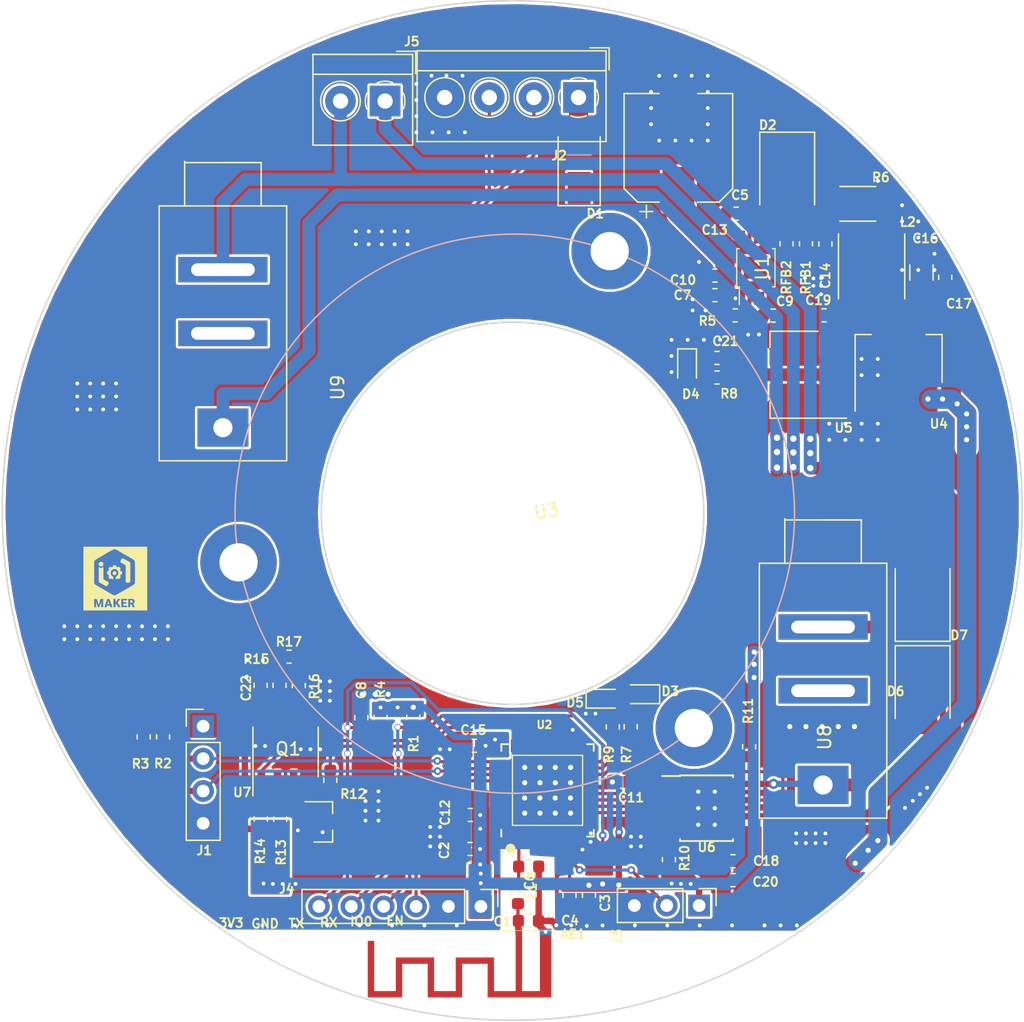
<source format=kicad_pcb>
(kicad_pcb (version 20171130) (host pcbnew "(5.1.6)-1")
  (layers (0 F.Cu signal) (31 B.Cu signal) (34 B.Paste user) (35 F.Paste user hide) (36 B.SilkS user) (37 F.SilkS user) (38 B.Mask user hide) (39 F.Mask user) (44 Edge.Cuts user))
  (net 0 "")
  (net 1 FLASH_EN)
  (net 2 FLASH_IO0)
  (net 3 +3V3)
  (net 4 +5V)
  (net 5 +12V)
  (net 6 "Net-(D1-Pad2)")
  (net 7 "Net-(D2-Pad2)")
  (net 8 FLASH_U0RX)
  (net 9 FLASH_U0TX)
  (net 10 DRV_ISEN)
  (net 11 DRV_nFAULT)
  (net 12 "Net-(R15-Pad2)")
  (net 13 "Net-(R16-Pad2)")
  (net 14 DRV_IN1)
  (net 15 DRV_IN2)
  (net 16 "Net-(AE1-Pad1)")
  (net 17 "Net-(D4-Pad2)")
  (net 18 "Net-(D5-Pad2)")
  (net 19 LED1)
  (net 20 LED2)
  (net 21 GND)
  (net 22 "Net-(D6-Pad2)")
  (net 23 "Net-(C10-Pad2)")
  (net 24 "Net-(C6-Pad1)")
  (net 25 "Net-(C9-Pad1)")
  (net 26 "Net-(C13-Pad2)")
  (net 27 "Net-(C13-Pad1)")
  (net 28 "Net-(C14-Pad2)")
  (net 29 "Net-(D3-Pad2)")
  (net 30 "Net-(D6-Pad1)")
  (net 31 "Net-(D7-Pad2)")
  (net 32 SS_SDA)
  (net 33 SS_SCL)
  (net 34 RS485_A)
  (net 35 RS485_B)
  (net 36 ADC_IN)
  (net 37 "Net-(J5-Pad1)")
  (net 38 "Net-(Q1-Pad1)")
  (net 39 "Net-(R5-Pad1)")
  (net 40 RS485_TX)
  (net 41 RS485_RX)
  (net 42 "Net-(Q1-Pad3)")
  (module Capacitor_SMD:C_0603_1608Metric (layer F.Cu) (at 243.63212 121.07294 180)
    (fp_text reference C11 (at -0.6604 -1.23698) (layer F.SilkS) (effects (font (size 0.7 0.7))))
    (fp_text value 100nF)
    (pad 2 smd roundrect (at 0.7875 0 180) (size 0.875 0.95) (layers F.Cu F.Paste F.Mask) (net 3 +3V3))
    (pad 1 smd roundrect (at -0.7875 0 180) (size 0.875 0.95) (layers F.Cu F.Paste F.Mask) (net 21 GND))
  )
  (module iotmaker_footprint:QFN-48-1EP_7x7mm_P0.5mm (layer F.Cu) (at 237.74212 121.74294 90)
    (fp_text reference U2 (at 5.148 -0.248 180) (layer F.SilkS) (effects (font (size 0.6 0.6))))
    (fp_text value ESP32-PICO-D4)
    (pad 49 smd rect (at 0.9 0.9 90) (size 2.4 2.4) (layers F.Cu F.Paste F.Mask) (net 21 GND))
    (pad 49 smd rect (at -0.9 0.9 90) (size 2.4 2.4) (layers F.Cu F.Paste F.Mask) (net 21 GND))
    (pad 49 smd rect (at 0.9 -0.9 90) (size 2.4 2.4) (layers F.Cu F.Paste F.Mask) (net 21 GND))
    (pad 49 smd rect (at -0.9 -0.9 90) (size 2.4 2.4) (layers F.Cu F.Paste F.Mask) (net 21 GND))
    (pad 49 smd rect (at 0.5969 0.5969 90) (size 1.2 1.2) (layers F.Cu F.Mask) (net 21 GND))
    (pad 49 smd rect (at -0.5969 0.5969 90) (size 1.2 1.2) (layers F.Cu F.Mask) (net 21 GND))
    (pad 49 smd rect (at -1.7907 0.5969 90) (size 1.2 1.2) (layers F.Cu F.Mask) (net 21 GND))
    (pad 49 smd rect (at 0.5969 -0.5969 90) (size 1.2 1.2) (layers F.Cu F.Mask) (net 21 GND))
    (pad 49 smd rect (at -0.5969 -0.5969 90) (size 1.2 1.2) (layers F.Cu F.Mask) (net 21 GND))
    (pad 49 smd rect (at -1.7907 -1.7907 90) (size 1.2 1.2) (layers F.Cu F.Mask) (net 21 GND))
    (pad 49 smd rect (at -1.7907 -0.5969 90) (size 1.2 1.2) (layers F.Cu F.Mask) (net 21 GND))
    (pad 49 smd rect (at -1.7907 1.7907 90) (size 1.2 1.2) (layers F.Cu F.Mask) (net 21 GND))
    (pad 49 smd rect (at -0.5969 -1.7907 90) (size 1.2 1.2) (layers F.Cu F.Mask) (net 21 GND))
    (pad 49 smd rect (at -0.5969 1.7907 90) (size 1.2 1.2) (layers F.Cu F.Mask) (net 21 GND))
    (pad 49 smd rect (at 0.5969 -1.7907 90) (size 1.2 1.2) (layers F.Cu F.Mask) (net 21 GND))
    (pad 49 smd rect (at 0.5969 1.7907 90) (size 1.2 1.2) (layers F.Cu F.Mask) (net 21 GND))
    (pad 49 smd rect (at 1.7907 -1.7907 90) (size 1.2 1.2) (layers F.Cu F.Mask) (net 21 GND))
    (pad 49 smd rect (at 1.7907 -0.5969 90) (size 1.2 1.2) (layers F.Cu F.Mask) (net 21 GND))
    (pad 49 smd rect (at 1.7907 0.5969 90) (size 1.2 1.2) (layers F.Cu F.Mask) (net 21 GND))
    (pad 49 smd rect (at 1.7907 1.7907 90) (size 1.2 1.2) (layers F.Cu F.Mask) (net 21 GND))
    (pad 48 smd rect (at -2.75 -3.5 180) (size 1 0.25) (layers F.Cu F.Paste F.Mask))
    (pad 47 smd rect (at -2.25 -3.5 180) (size 1 0.25) (layers F.Cu F.Paste F.Mask))
    (pad 46 smd rect (at -1.75 -3.5 180) (size 1 0.25) (layers F.Cu F.Paste F.Mask) (net 3 +3V3))
    (pad 45 smd rect (at -1.25 -3.5 180) (size 1 0.25) (layers F.Cu F.Paste F.Mask))
    (pad 44 smd rect (at -0.75 -3.5 180) (size 1 0.25) (layers F.Cu F.Paste F.Mask))
    (pad 43 smd rect (at -0.25 -3.5 180) (size 1 0.25) (layers F.Cu F.Paste F.Mask) (net 3 +3V3))
    (pad 42 smd rect (at 0.25 -3.5 180) (size 1 0.25) (layers F.Cu F.Paste F.Mask))
    (pad 41 smd rect (at 0.75 -3.5 180) (size 1 0.25) (layers F.Cu F.Paste F.Mask) (net 9 FLASH_U0TX))
    (pad 40 smd rect (at 1.25 -3.5 180) (size 1 0.25) (layers F.Cu F.Paste F.Mask) (net 8 FLASH_U0RX))
    (pad 39 smd rect (at 1.75 -3.5 180) (size 1 0.25) (layers F.Cu F.Paste F.Mask) (net 33 SS_SCL))
    (pad 38 smd rect (at 2.25 -3.5 180) (size 1 0.25) (layers F.Cu F.Paste F.Mask) (net 32 SS_SDA))
    (pad 37 smd rect (at 2.75 -3.5 180) (size 1 0.25) (layers F.Cu F.Paste F.Mask) (net 3 +3V3))
    (pad 36 smd rect (at 3.5 -2.75 90) (size 1 0.25) (layers F.Cu F.Paste F.Mask))
    (pad 35 smd rect (at 3.5 -2.25 90) (size 1 0.25) (layers F.Cu F.Paste F.Mask))
    (pad 34 smd rect (at 3.5 -1.75 90) (size 1 0.25) (layers F.Cu F.Paste F.Mask))
    (pad 33 smd rect (at 3.5 -1.25 90) (size 1 0.25) (layers F.Cu F.Paste F.Mask))
    (pad 32 smd rect (at 3.5 -0.75 90) (size 1 0.25) (layers F.Cu F.Paste F.Mask))
    (pad 31 smd rect (at 3.5 -0.25 90) (size 1 0.25) (layers F.Cu F.Paste F.Mask))
    (pad 30 smd rect (at 3.5 0.25 90) (size 1 0.25) (layers F.Cu F.Paste F.Mask))
    (pad 29 smd rect (at 3.5 0.75 90) (size 1 0.25) (layers F.Cu F.Paste F.Mask) (net 40 RS485_TX))
    (pad 28 smd rect (at 3.5 1.25 90) (size 1 0.25) (layers F.Cu F.Paste F.Mask) (net 41 RS485_RX))
    (pad 27 smd rect (at 3.5 1.75 90) (size 1 0.25) (layers F.Cu F.Paste F.Mask))
    (pad 26 smd rect (at 3.5 2.25 90) (size 1 0.25) (layers F.Cu F.Paste F.Mask))
    (pad 25 smd rect (at 3.5 2.75 90) (size 1 0.25) (layers F.Cu F.Paste F.Mask))
    (pad 24 smd rect (at 2.75 3.5 180) (size 1 0.25) (layers F.Cu F.Paste F.Mask))
    (pad 23 smd rect (at 2.25 3.5 180) (size 1 0.25) (layers F.Cu F.Paste F.Mask) (net 2 FLASH_IO0))
    (pad 22 smd rect (at 1.75 3.5 180) (size 1 0.25) (layers F.Cu F.Paste F.Mask) (net 20 LED2))
    (pad 21 smd rect (at 1.25 3.5 180) (size 1 0.25) (layers F.Cu F.Paste F.Mask) (net 19 LED1))
    (pad 20 smd rect (at 0.75 3.5 180) (size 1 0.25) (layers F.Cu F.Paste F.Mask))
    (pad 19 smd rect (at 0.25 3.5 180) (size 1 0.25) (layers F.Cu F.Paste F.Mask) (net 3 +3V3))
    (pad 18 smd rect (at -0.25 3.5 180) (size 1 0.25) (layers F.Cu F.Paste F.Mask) (net 10 DRV_ISEN))
    (pad 17 smd rect (at -0.75 3.5 180) (size 1 0.25) (layers F.Cu F.Paste F.Mask) (net 15 DRV_IN2))
    (pad 16 smd rect (at -1.25 3.5 180) (size 1 0.25) (layers F.Cu F.Paste F.Mask) (net 14 DRV_IN1))
    (pad 15 smd rect (at -1.75 3.5 180) (size 1 0.25) (layers F.Cu F.Paste F.Mask) (net 11 DRV_nFAULT))
    (pad 14 smd rect (at -2.25 3.5 180) (size 1 0.25) (layers F.Cu F.Paste F.Mask))
    (pad 13 smd rect (at -2.75 3.5 180) (size 1 0.25) (layers F.Cu F.Paste F.Mask))
    (pad 12 smd rect (at -3.5 2.75 90) (size 1 0.25) (layers F.Cu F.Paste F.Mask))
    (pad 11 smd rect (at -3.5 2.25 90) (size 1 0.25) (layers F.Cu F.Paste F.Mask))
    (pad 10 smd rect (at -3.5 1.75 90) (size 1 0.25) (layers F.Cu F.Paste F.Mask))
    (pad 9 smd rect (at -3.5 1.25 90) (size 1 0.25) (layers F.Cu F.Paste F.Mask) (net 1 FLASH_EN))
    (pad 8 smd rect (at -3.5 0.75 90) (size 1 0.25) (layers F.Cu F.Paste F.Mask))
    (pad 7 smd rect (at -3.5 0.25 90) (size 1 0.25) (layers F.Cu F.Paste F.Mask))
    (pad 6 smd rect (at -3.5 -0.25 90) (size 1 0.25) (layers F.Cu F.Paste F.Mask))
    (pad 5 smd rect (at -3.5 -0.75 90) (size 1 0.25) (layers F.Cu F.Paste F.Mask) (net 36 ADC_IN))
    (pad 4 smd rect (at -3.5 -1.25 90) (size 1 0.25) (layers F.Cu F.Paste F.Mask) (net 3 +3V3))
    (pad 3 smd rect (at -3.5 -1.75 90) (size 1 0.25) (layers F.Cu F.Paste F.Mask) (net 3 +3V3))
    (pad 2 smd rect (at -3.5 -2.25 90) (size 1 0.25) (layers F.Cu F.Paste F.Mask) (net 24 "Net-(C6-Pad1)"))
    (pad 1 smd rect (at -3.5 -2.75 90) (size 1 0.25) (layers F.Cu F.Paste F.Mask) (net 3 +3V3))
    (pad 49 thru_hole circle (at -1.7907 -1.7907 90) (size 0.8 0.8) (drill 0.4) (layers *.Cu) (net 21 GND))
    (pad 49 thru_hole circle (at -0.6 -1.8 90) (size 0.8 0.8) (drill 0.4) (layers *.Cu) (net 21 GND))
    (pad 49 thru_hole circle (at 0.5969 -1.7907 90) (size 0.8 0.8) (drill 0.4) (layers *.Cu) (net 21 GND))
    (pad 49 thru_hole circle (at 1.8 -1.7907 90) (size 0.8 0.8) (drill 0.4) (layers *.Cu) (net 21 GND))
    (pad 49 thru_hole circle (at 1.8 -0.5907 90) (size 0.8 0.8) (drill 0.4) (layers *.Cu) (net 21 GND))
    (pad 49 thru_hole circle (at 0.5969 -0.5907 90) (size 0.8 0.8) (drill 0.4) (layers *.Cu) (net 21 GND))
    (pad 49 thru_hole circle (at -0.6 -0.6 90) (size 0.8 0.8) (drill 0.4) (layers *.Cu) (net 21 GND))
    (pad 49 thru_hole circle (at -1.7907 -0.5907 90) (size 0.8 0.8) (drill 0.4) (layers *.Cu) (net 21 GND))
    (pad 49 thru_hole circle (at 0.5969 0.6093 90) (size 0.8 0.8) (drill 0.4) (layers *.Cu) (net 21 GND))
    (pad 49 thru_hole circle (at -1.7907 0.6093 90) (size 0.8 0.8) (drill 0.4) (layers *.Cu) (net 21 GND))
    (pad 49 thru_hole circle (at -0.6 0.6 90) (size 0.8 0.8) (drill 0.4) (layers *.Cu) (net 21 GND))
    (pad 49 thru_hole circle (at 1.8 0.6093 90) (size 0.8 0.8) (drill 0.4) (layers *.Cu) (net 21 GND))
    (pad 49 thru_hole circle (at -0.6 1.8 90) (size 0.8 0.8) (drill 0.4) (layers *.Cu) (net 21 GND))
    (pad 49 thru_hole circle (at 0.5969 1.8093 90) (size 0.8 0.8) (drill 0.4) (layers *.Cu) (net 21 GND))
    (pad 49 thru_hole circle (at -1.7907 1.8093 90) (size 0.8 0.8) (drill 0.4) (layers *.Cu) (net 21 GND))
    (pad 49 thru_hole circle (at 1.8 1.8093 90) (size 0.8 0.8) (drill 0.4) (layers *.Cu) (net 21 GND))
  )
  (module Capacitor_SMD:C_0603_1608Metric (layer F.Cu) (at 232.00212 118.24294 180)
    (fp_text reference C15 (at 0.07 1.236) (layer F.SilkS) (effects (font (size 0.7 0.7))))
    (fp_text value 100nF)
    (pad 2 smd roundrect (at 0.7875 0 180) (size 0.875 0.95) (layers F.Cu F.Paste F.Mask) (net 21 GND))
    (pad 1 smd roundrect (at -0.7875 0 180) (size 0.875 0.95) (layers F.Cu F.Paste F.Mask) (net 3 +3V3))
  )
  (module Connector_PinHeader_2.54mm:PinHeader_1x04_P2.54mm_Vertical (layer F.Cu) (at 210.73212 116.71294)
    (fp_text reference J1 (at 0.088 9.746) (layer F.SilkS) (effects (font (size 0.7 0.7))))
    (fp_text value LIGHT)
    (pad 4 thru_hole oval (at 0 7.62) (size 1.7 1.7) (drill 1) (layers *.Cu *.Mask) (net 21 GND))
    (pad 3 thru_hole oval (at 0 5.08) (size 1.7 1.7) (drill 1) (layers *.Cu *.Mask) (net 33 SS_SCL))
    (pad 2 thru_hole oval (at 0 2.54) (size 1.7 1.7) (drill 1) (layers *.Cu *.Mask) (net 32 SS_SDA))
    (pad 1 thru_hole rect (at 0 0) (size 1.7 1.7) (drill 1) (layers *.Cu *.Mask) (net 3 +3V3))
  )
  (module Diode_SMD:D_SMB (layer F.Cu) (at 267.16212 113.94294 270)
    (fp_text reference D6 (at 0.03 2.12 180) (layer F.SilkS) (effects (font (size 0.7 0.7))))
    (fp_text value SS24)
    (pad 2 smd rect (at 2.15 0 270) (size 2.5 2.3) (layers F.Cu F.Paste F.Mask) (net 22 "Net-(D6-Pad2)"))
    (pad 1 smd rect (at -2.15 0 270) (size 2.5 2.3) (layers F.Cu F.Paste F.Mask) (net 30 "Net-(D6-Pad1)"))
  )
  (module Hole_THT:Hole_THT (layer F.Cu) (at 235.17212 100.03294 100)
    (fp_text reference U3 (at -0.25 2.5 10) (layer F.SilkS))
    (fp_text value Hole_THT)
    (pad 1 thru_hole circle (at 0 -22 100) (size 6 6) (drill 3) (layers *.Cu *.Mask))
    (pad 2 thru_hole circle (at -19 10.91 100) (size 6 6) (drill 3) (layers *.Cu *.Mask))
    (pad 3 thru_hole circle (at 19 10.91 100) (size 6 6) (drill 3) (layers *.Cu *.Mask))
  )
  (module KW8-XILIE:KW8-XILIE (layer F.Cu) (at 220.78212 90.13294 90)
    (fp_text reference U9 (at 0 0.5 90) (layer F.SilkS))
    (fp_text value KW8-XILIE)
    (pad 2 thru_hole rect (at 4.25 -8.5 90) (size 2 7) (drill oval 1 5) (layers *.Cu *.Mask))
    (pad 1 thru_hole rect (at -3.15 -8.5 90) (size 3 4) (drill oval 1.5) (layers *.Cu *.Mask) (net 30 "Net-(D6-Pad1)"))
    (pad 3 thru_hole rect (at 9.25 -8.5 90) (size 2 7) (drill oval 1 5) (layers *.Cu *.Mask) (net 31 "Net-(D7-Pad2)"))
  )
  (module KW8-XILIE:KW8-XILIE (layer F.Cu) (at 267.85212 118.17294 90)
    (fp_text reference U8 (at 0.58 -8.38 90) (layer F.SilkS))
    (fp_text value KW8-XILIE)
    (pad 2 thru_hole rect (at 4.25 -8.5 90) (size 2 7) (drill oval 1 5) (layers *.Cu *.Mask))
    (pad 1 thru_hole rect (at -3.15 -8.5 90) (size 3 4) (drill oval 1.5) (layers *.Cu *.Mask) (net 22 "Net-(D6-Pad2)"))
    (pad 3 thru_hole rect (at 9.25 -8.5 90) (size 2 7) (drill oval 1 5) (layers *.Cu *.Mask) (net 30 "Net-(D6-Pad1)"))
  )
  (module iotmaker_footprint:HVSSOP-10-1EP_3X3MM_P0.5MM_EP1.73x1.73 (layer F.Cu) (at 254.08212 80.73294 90)
    (fp_text reference U1 (at 0 0.5 90) (layer F.SilkS))
    (fp_text value LM25011MY)
    (pad 11 smd rect (at 0 0 90) (size 1.73 1.9) (layers F.Cu F.Paste F.Mask))
    (pad 10 smd rect (at 2.4 -1 90) (size 1.02 0.3) (layers F.Cu F.Paste F.Mask) (net 26 "Net-(C13-Pad2)"))
    (pad 9 smd rect (at 2.4 -0.5 90) (size 1.02 0.3) (layers F.Cu F.Paste F.Mask) (net 27 "Net-(C13-Pad1)"))
    (pad 8 smd rect (at 2.4 0 90) (size 1.02 0.3) (layers F.Cu F.Paste F.Mask) (net 7 "Net-(D2-Pad2)"))
    (pad 7 smd rect (at 2.4 0.5 90) (size 1.02 0.3) (layers F.Cu F.Paste F.Mask) (net 21 GND))
    (pad 6 smd rect (at 2.4 1 90) (size 1.02 0.3) (layers F.Cu F.Paste F.Mask) (net 28 "Net-(C14-Pad2)"))
    (pad 5 smd rect (at -2.4 1 90) (size 1.02 0.3) (layers F.Cu F.Paste F.Mask) (net 21 GND))
    (pad 4 smd rect (at -2.4 0.5 90) (size 1.02 0.3) (layers F.Cu F.Paste F.Mask) (net 25 "Net-(C9-Pad1)"))
    (pad 3 smd rect (at -2.4 0 90) (size 1.02 0.3) (layers F.Cu F.Paste F.Mask))
    (pad 2 smd rect (at -2.4 -0.5 90) (size 1.02 0.3) (layers F.Cu F.Paste F.Mask) (net 39 "Net-(R5-Pad1)"))
    (pad 1 smd rect (at -2.4 -1 90) (size 1.02 0.3) (layers F.Cu F.Paste F.Mask) (net 23 "Net-(C10-Pad2)"))
  )
  (module footrint:logo-iotmaker-v1 (layer F.Cu) (at 203.84212 105.12294)
    (fp_text reference Logo1)
    (fp_text value Logo_IoTMaker)
  )
  (module Package_TO_SOT_SMD:SOT-23 (layer F.Cu) (at 220.12608 124.21614)
    (fp_text reference Q1 (at -2.73396 -5.7232) (layer F.SilkS))
    (fp_text value Q_NMOS_GSD)
    (pad 3 smd rect (at 1 0) (size 0.9 0.8) (layers F.Cu F.Paste F.Mask) (net 42 "Net-(Q1-Pad3)"))
    (pad 2 smd rect (at -1 0.95) (size 0.9 0.8) (layers F.Cu F.Paste F.Mask) (net 21 GND))
    (pad 1 smd rect (at -1 -0.95) (size 0.9 0.8) (layers F.Cu F.Paste F.Mask) (net 38 "Net-(Q1-Pad1)"))
  )
  (module TerminalBlock_4Ucon:TerminalBlock_4Ucon_1x02_P3.50mm_Horizontal (layer F.Cu) (at 225.00212 67.65294 180)
    (fp_text reference J5 (at -2.09042 4.67106) (layer F.SilkS) (effects (font (size 0.7 0.7))))
    (fp_text value MOTOR)
    (pad 2 thru_hole circle (at 3.5 0 180) (size 2.4 2.4) (drill 1.2) (layers *.Cu *.Mask) (net 31 "Net-(D7-Pad2)"))
    (pad 1 thru_hole rect (at 0 0 180) (size 2.4 2.4) (drill 1.2) (layers *.Cu *.Mask) (net 37 "Net-(J5-Pad1)"))
  )
  (module Capacitor_SMD:C_1206_3216Metric (layer F.Cu) (at 267.07084 81.1022 90)
    (fp_text reference C16 (at 2.67208 0.30988 180) (layer F.SilkS) (effects (font (size 0.7 0.7))))
    (fp_text value 10uF)
    (pad 2 smd roundrect (at 1.4 0 90) (size 1.25 1.75) (layers F.Cu F.Paste F.Mask) (roundrect_rratio 0.2) (net 21 GND))
    (pad 1 smd roundrect (at -1.4 0 90) (size 1.25 1.75) (layers F.Cu F.Paste F.Mask) (roundrect_rratio 0.2) (net 5 +12V))
  )
  (module TerminalBlock_4Ucon:TerminalBlock_4Ucon_1x04_P3.50mm_Horizontal (layer F.Cu) (at 240.17212 67.37294 180)
    (fp_text reference J2 (at 1.52146 -4.55676) (layer F.SilkS) (effects (font (size 0.7 0.7))))
    (fp_text value "Terminal 3.5mm")
    (pad 4 thru_hole circle (at 10.5 0 180) (size 2.4 2.4) (drill 1.2) (layers *.Cu *.Mask) (net 21 GND))
    (pad 3 thru_hole circle (at 7 0 180) (size 2.4 2.4) (drill 1.2) (layers *.Cu *.Mask) (net 34 RS485_A))
    (pad 2 thru_hole circle (at 3.5 0 180) (size 2.4 2.4) (drill 1.2) (layers *.Cu *.Mask) (net 35 RS485_B))
    (pad 1 thru_hole rect (at 0 0 180) (size 2.4 2.4) (drill 1.2) (layers *.Cu *.Mask) (net 6 "Net-(D1-Pad2)"))
  )
  (module Diode_SMD:D_SMA (layer F.Cu) (at 240.22212 72.46294 90)
    (fp_text reference D1 (at -4.0259 1.26492 180) (layer F.SilkS) (effects (font (size 0.7 0.7))))
    (fp_text value 1N4007)
    (pad 2 smd rect (at 2 0 90) (size 2.5 1.8) (layers F.Cu F.Paste F.Mask) (net 6 "Net-(D1-Pad2)"))
    (pad 1 smd rect (at -2 0 90) (size 2.5 1.8) (layers F.Cu F.Paste F.Mask) (net 23 "Net-(C10-Pad2)"))
  )
  (module Resistor_SMD:R_0603_1608Metric (layer F.Cu) (at 220.7022 120.9504 270)
    (fp_text reference R12 (at 1.08134 -1.80132 180) (layer F.SilkS) (effects (font (size 0.7 0.7))))
    (fp_text value 10)
    (pad 2 smd roundrect (at 0.7875 0 270) (size 0.875 0.95) (layers F.Cu F.Paste F.Mask) (net 38 "Net-(Q1-Pad1)"))
    (pad 1 smd roundrect (at -0.7875 0 270) (size 0.875 0.95) (layers F.Cu F.Paste F.Mask) (net 40 RS485_TX))
  )
  (module Resistor_SMD:R_0603_1608Metric (layer F.Cu) (at 206.0692 117.5449 270)
    (fp_text reference R3 (at 2.11464 0.24588 180) (layer F.SilkS) (effects (font (size 0.7 0.7))))
    (fp_text value 10K)
    (pad 2 smd roundrect (at 0.7875 0 270) (size 0.875 0.95) (layers F.Cu F.Paste F.Mask) (net 33 SS_SCL))
    (pad 1 smd roundrect (at -0.7875 0 270) (size 0.875 0.95) (layers F.Cu F.Paste F.Mask) (net 3 +3V3))
  )
  (module Resistor_SMD:R_0603_1608Metric (layer F.Cu) (at 207.5892 117.5449 270)
    (fp_text reference R2 (at 2.08924 0.01328 180) (layer F.SilkS) (effects (font (size 0.7 0.7))))
    (fp_text value 10K)
    (pad 2 smd roundrect (at 0.7875 0 270) (size 0.875 0.95) (layers F.Cu F.Paste F.Mask) (net 32 SS_SDA))
    (pad 1 smd roundrect (at -0.7875 0 270) (size 0.875 0.95) (layers F.Cu F.Paste F.Mask) (net 3 +3V3))
  )
  (module Connector_PinHeader_2.54mm:PinHeader_1x03_P2.54mm_Vertical (layer F.Cu) (at 249.63212 130.78294 270)
    (fp_text reference J3 (at 2.43592 6.40614 90) (layer F.SilkS) (effects (font (size 0.7 0.7))))
    (fp_text value "SOIL MOISTURE")
    (pad 3 thru_hole oval (at 0 5.08 270) (size 1.7 1.7) (drill 1) (layers *.Cu *.Mask) (net 21 GND))
    (pad 2 thru_hole oval (at 0 2.54 270) (size 1.7 1.7) (drill 1) (layers *.Cu *.Mask) (net 36 ADC_IN))
    (pad 1 thru_hole rect (at 0 0 270) (size 1.7 1.7) (drill 1) (layers *.Cu *.Mask) (net 3 +3V3))
  )
  (module Capacitor_SMD:C_0603_1608Metric (layer F.Cu) (at 259.5372 78.8669 90)
    (fp_text reference C14 (at -2.49604 0.00492 270) (layer F.SilkS) (effects (font (size 0.7 0.7))))
    (fp_text value 1nF)
    (pad 2 smd roundrect (at 0.7875 0 90) (size 0.875 0.95) (layers F.Cu F.Paste F.Mask) (net 28 "Net-(C14-Pad2)"))
    (pad 1 smd roundrect (at -0.7875 0 90) (size 0.875 0.95) (layers F.Cu F.Paste F.Mask) (net 5 +12V))
  )
  (module Resistor_SMD:R_0603_1608Metric (layer F.Cu) (at 251.03592 89.34704 180)
    (fp_text reference R8 (at -0.94478 -1.26746 180) (layer F.SilkS) (effects (font (size 0.7 0.7))))
    (fp_text value 1K)
    (pad 2 smd roundrect (at 0.7875 0 180) (size 0.875 0.95) (layers F.Cu F.Paste F.Mask) (net 17 "Net-(D4-Pad2)"))
    (pad 1 smd roundrect (at -0.7875 0 180) (size 0.875 0.95) (layers F.Cu F.Paste F.Mask) (net 3 +3V3))
  )
  (module LED_SMD:LED_0603_1608Metric (layer F.Cu) (at 248.68632 88.58504 270)
    (fp_text reference D4 (at 2.06756 -0.29464) (layer F.SilkS) (effects (font (size 0.7 0.7))))
    (fp_text value RED)
    (pad 2 smd roundrect (at 0.7875 0 270) (size 0.875 0.95) (layers F.Cu F.Paste F.Mask) (net 17 "Net-(D4-Pad2)"))
    (pad 1 smd roundrect (at -0.7875 0 270) (size 0.875 0.95) (layers F.Cu F.Paste F.Mask) (net 21 GND))
  )
  (module Resistor_SMD:R_2010_5025Metric (layer F.Cu) (at 262.0772 75.7174)
    (fp_text reference R6 (at 1.80594 -2.07518) (layer F.SilkS) (effects (font (size 0.7 0.7))))
    (fp_text value "80 mOhm")
    (pad 2 smd roundrect (at 2.25 0) (size 1.35 2.65) (layers F.Cu F.Paste F.Mask) (roundrect_rratio 0.185185) (net 21 GND))
    (pad 1 smd roundrect (at -2.25 0) (size 1.35 2.65) (layers F.Cu F.Paste F.Mask) (roundrect_rratio 0.185185) (net 7 "Net-(D2-Pad2)"))
  )
  (module Capacitor_SMD:C_0603_1608Metric (layer F.Cu) (at 250.87062 81.34858)
    (fp_text reference C10 (at -2.50434 0.34798 180) (layer F.SilkS) (effects (font (size 0.7 0.7))))
    (fp_text value 1uF)
    (pad 2 smd roundrect (at 0.7875 0) (size 0.875 0.95) (layers F.Cu F.Paste F.Mask) (net 23 "Net-(C10-Pad2)"))
    (pad 1 smd roundrect (at -0.7875 0) (size 0.875 0.95) (layers F.Cu F.Paste F.Mask) (net 21 GND))
  )
  (module Package_TO_SOT_SMD:SOT-223-3_TabPin2 (layer F.Cu) (at 265.2776 87.884 90)
    (fp_text reference U4 (at -5.0927 3.15214) (layer F.SilkS) (effects (font (size 0.7 0.7))))
    (fp_text value AMS1117-5.0)
    (pad 1 smd rect (at -3.15 -2.3 90) (size 2 1.5) (layers F.Cu F.Paste F.Mask) (net 21 GND))
    (pad 3 smd rect (at -3.15 2.3 90) (size 2 1.5) (layers F.Cu F.Paste F.Mask) (net 5 +12V))
    (pad 2 smd rect (at -3.15 0 90) (size 2 1.5) (layers F.Cu F.Paste F.Mask) (net 4 +5V))
    (pad 2 smd rect (at 3.15 0 90) (size 2 3.8) (layers F.Cu F.Paste F.Mask) (net 4 +5V))
  )
  (module Capacitor_SMD:CP_Elec_8x10 (layer F.Cu) (at 248.0056 71.3232 90)
    (fp_text reference C5 (at -3.7084 4.82854) (layer F.SilkS) (effects (font (size 0.7 0.7))))
    (fp_text value 100uF/50V)
    (pad 2 smd roundrect (at 3.25 0 90) (size 3.5 2.5) (layers F.Cu F.Paste F.Mask) (roundrect_rratio 0.1) (net 21 GND))
    (pad 1 smd roundrect (at -3.25 0 90) (size 3.5 2.5) (layers F.Cu F.Paste F.Mask) (roundrect_rratio 0.1) (net 23 "Net-(C10-Pad2)"))
  )
  (module Resistor_SMD:R_0603_1608Metric (layer F.Cu) (at 242.86212 116.77294 270)
    (fp_text reference R9 (at 2.1464 0.30628 90) (layer F.SilkS) (effects (font (size 0.7 0.7))))
    (fp_text value 1K)
    (pad 2 smd roundrect (at 0.7875 0 270) (size 0.875 0.95) (layers F.Cu F.Paste F.Mask) (net 20 LED2))
    (pad 1 smd roundrect (at -0.7875 0 270) (size 0.875 0.95) (layers F.Cu F.Paste F.Mask) (net 18 "Net-(D5-Pad2)"))
  )
  (module Resistor_SMD:R_0603_1608Metric (layer F.Cu) (at 244.26212 116.75294 90)
    (fp_text reference R7 (at -2.18704 -0.3266 90) (layer F.SilkS) (effects (font (size 0.7 0.7))))
    (fp_text value 1K)
    (pad 2 smd roundrect (at 0.7875 0 90) (size 0.875 0.95) (layers F.Cu F.Paste F.Mask) (net 29 "Net-(D3-Pad2)"))
    (pad 1 smd roundrect (at -0.7875 0 90) (size 0.875 0.95) (layers F.Cu F.Paste F.Mask) (net 19 LED1))
  )
  (module LED_SMD:LED_0603_1608Metric (layer F.Cu) (at 242.25462 114.55294)
    (fp_text reference D5 (at -2.35204 0.29718) (layer F.SilkS) (effects (font (size 0.7 0.7))))
    (fp_text value RED)
    (pad 2 smd roundrect (at 0.7875 0) (size 0.875 0.95) (layers F.Cu F.Paste F.Mask) (net 18 "Net-(D5-Pad2)"))
    (pad 1 smd roundrect (at -0.7875 0) (size 0.875 0.95) (layers F.Cu F.Paste F.Mask) (net 21 GND))
  )
  (module LED_SMD:LED_0603_1608Metric (layer F.Cu) (at 245.05212 114.20094 180)
    (fp_text reference D3 (at -2.31648 0.23622) (layer F.SilkS) (effects (font (size 0.7 0.7))))
    (fp_text value GREEN)
    (pad 2 smd roundrect (at 0.7875 0 180) (size 0.875 0.95) (layers F.Cu F.Paste F.Mask) (net 29 "Net-(D3-Pad2)"))
    (pad 1 smd roundrect (at -0.7875 0 180) (size 0.875 0.95) (layers F.Cu F.Paste F.Mask) (net 21 GND))
  )
  (module Connector_PinHeader_2.54mm:PinHeader_1x06_P2.54mm_Vertical (layer F.Cu) (at 232.51212 130.85294 270)
    (fp_text reference J4 (at -1.38684 15.22222 180) (layer F.SilkS) (effects (font (size 0.7 0.7))))
    (fp_text value Flash)
    (pad 6 thru_hole oval (at 0 12.7 270) (size 1.7 1.7) (drill 1) (layers *.Cu *.Mask) (net 1 FLASH_EN))
    (pad 5 thru_hole oval (at 0 10.16 270) (size 1.7 1.7) (drill 1) (layers *.Cu *.Mask) (net 2 FLASH_IO0))
    (pad 4 thru_hole oval (at 0 7.62 270) (size 1.7 1.7) (drill 1) (layers *.Cu *.Mask) (net 8 FLASH_U0RX))
    (pad 3 thru_hole oval (at 0 5.08 270) (size 1.7 1.7) (drill 1) (layers *.Cu *.Mask) (net 9 FLASH_U0TX))
    (pad 2 thru_hole oval (at 0 2.54 270) (size 1.7 1.7) (drill 1) (layers *.Cu *.Mask) (net 21 GND))
    (pad 1 thru_hole rect (at 0 0 270) (size 1.7 1.7) (drill 1) (layers *.Cu *.Mask) (net 3 +3V3))
  )
  (module RF_Antenna:Texas_SWRA117D_2.4GHz_Right (layer F.Cu) (at 235.49212 132.84294 180)
    (fp_text reference AE1 (at -4.25992 -0.18754) (layer F.SilkS) (effects (font (size 0.7 0.7))))
    (fp_text value Antenna_Shield)
    (fp_poly (pts (xy 2.45 -2.51) (xy 4.45 -2.51) (xy 4.45 -5.15) (xy 7.15 -5.15) (xy 7.15 -2.51) (xy 9.15 -2.51) (xy 9.15 -5.15) (xy 11.85 -5.15) (xy 11.85 -0.71) (xy 11.35 -0.71) (xy 11.35 -4.65) (xy 9.65 -4.65) (xy 9.65 -2.01) (xy 6.65 -2.01) (xy 6.65 -4.65) (xy 4.95 -4.65) (xy 4.95 -2.01) (xy 1.95 -2.01) (xy 1.95 -4.65) (xy 0.25 -4.65) (xy 0.25 0.25) (xy -0.25 0.25) (xy -0.25 -4.65) (xy -1.65 -4.65) (xy -1.65 0.25) (xy -2.55 0.25) (xy -2.55 0.006785) (xy -2.247583 0.006785) (xy -2.237742 0.054395) (xy -2.213674 0.096797) (xy -2.175731 0.129581) (xy -2.167819 0.133935) (xy -2.125156 0.146043) (xy -2.076637 0.1453) (xy -2.031122 0.1324) (xy -2.012511 0.121787) (xy -1.978868 0.086553) (xy -1.958309 0.041368) (xy -1.951778 -0.008158) (xy -1.960218 -0.056417) (xy -1.977112 -0.088643) (xy -2.012372 -0.121313) (xy -2.057682 -0.141408) (xy -2.107267 -0.147982) (xy -2.155353 -0.140092) (xy -2.188245 -0.123186) (xy -2.223185 -0.086416) (xy -2.242847 -0.041622) (xy -2.247583 0.006785) (xy -2.55 0.006785) (xy -2.55 -5.15) (xy 2.45 -5.15) (xy 2.45 -2.51)) (layer F.Cu) (width 0))
    (pad 1 connect rect (at 0 0 180) (size 0.5 0.5) (layers F.Cu) (net 16 "Net-(AE1-Pad1)"))
    (pad 2 thru_hole rect (at -2.1 0 180) (size 0.9 0.5) (drill 0.3) (layers *.Cu) (net 21 GND))
  )
  (module Package_TO_SOT_SMD:SOT-223-3_TabPin2 (layer F.Cu) (at 257.0984 89.1286 180)
    (fp_text reference U5 (at -3.86882 -4.1656 180) (layer F.SilkS) (effects (font (size 0.7 0.7))))
    (fp_text value AMS1117-3.3)
    (pad 1 smd rect (at -3.15 -2.3 180) (size 2 1.5) (layers F.Cu F.Paste F.Mask) (net 21 GND))
    (pad 3 smd rect (at -3.15 2.3 180) (size 2 1.5) (layers F.Cu F.Paste F.Mask) (net 4 +5V))
    (pad 2 smd rect (at -3.15 0 180) (size 2 1.5) (layers F.Cu F.Paste F.Mask) (net 3 +3V3))
    (pad 2 smd rect (at 3.15 0 180) (size 2 3.8) (layers F.Cu F.Paste F.Mask) (net 3 +3V3))
  )
  (module Capacitor_SMD:C_0603_1608Metric (layer F.Cu) (at 252.2849 128.7892 180)
    (fp_text reference C20 (at -2.55722 -0.13374) (layer F.SilkS) (effects (font (size 0.7 0.7))))
    (fp_text value 10uF/35V)
    (pad 2 smd roundrect (at 0.7875 0 180) (size 0.875 0.95) (layers F.Cu F.Paste F.Mask) (net 21 GND))
    (pad 1 smd roundrect (at -0.7875 0 180) (size 0.875 0.95) (layers F.Cu F.Paste F.Mask) (net 5 +12V))
  )
  (module Capacitor_SMD:C_0603_1608Metric (layer F.Cu) (at 239.46612 129.97694 270)
    (fp_text reference C4 (at 1.9812 -0.04318 180) (layer F.SilkS) (effects (font (size 0.7 0.7))))
    (fp_text value 10uF/10V)
    (pad 2 smd roundrect (at 0.7875 0 270) (size 0.875 0.95) (layers F.Cu F.Paste F.Mask) (net 21 GND))
    (pad 1 smd roundrect (at -0.7875 0 270) (size 0.875 0.95) (layers F.Cu F.Paste F.Mask) (net 3 +3V3))
  )
  (module Inductor_SMD:L_0603_1608Metric (layer F.Cu) (at 235.42212 129.84544 90)
    (fp_text reference L1 (at 0.2285 1.1 270) (layer F.SilkS) (effects (font (size 0.7 0.7))))
    (fp_text value TBD)
    (pad 2 smd roundrect (at 0.7875 0 90) (size 0.875 0.95) (layers F.Cu F.Paste F.Mask) (net 24 "Net-(C6-Pad1)"))
    (pad 1 smd roundrect (at -0.7875 0 90) (size 0.875 0.95) (layers F.Cu F.Paste F.Mask) (net 16 "Net-(AE1-Pad1)"))
  )
  (module Resistor_SMD:R_0603_1608Metric (layer F.Cu) (at 258.0132 78.8544 90)
    (fp_text reference RFB1 (at -2.63854 -0.01108 270) (layer F.SilkS) (effects (font (size 0.7 0.7))))
    (fp_text value 37.4K)
    (pad 2 smd roundrect (at 0.7875 0 90) (size 0.875 0.95) (layers F.Cu F.Paste F.Mask) (net 28 "Net-(C14-Pad2)"))
    (pad 1 smd roundrect (at -0.7875 0 90) (size 0.875 0.95) (layers F.Cu F.Paste F.Mask) (net 5 +12V))
  )
  (module Resistor_SMD:R_0603_1608Metric (layer F.Cu) (at 256.4892 78.8544 270)
    (fp_text reference RFB2 (at 2.63854 0.01708 90) (layer F.SilkS) (effects (font (size 0.7 0.7))))
    (fp_text value 9.76K)
    (pad 2 smd roundrect (at 0.7875 0 270) (size 0.875 0.95) (layers F.Cu F.Paste F.Mask) (net 21 GND))
    (pad 1 smd roundrect (at -0.7875 0 270) (size 0.875 0.95) (layers F.Cu F.Paste F.Mask) (net 28 "Net-(C14-Pad2)"))
  )
  (module Resistor_SMD:R_0603_1608Metric (layer F.Cu) (at 215.2522 123.9879 90)
    (fp_text reference R14 (at -2.53504 -0.05008 90) (layer F.SilkS) (effects (font (size 0.7 0.7))))
    (fp_text value 10K)
    (pad 2 smd roundrect (at 0.7875 0 90) (size 0.875 0.95) (layers F.Cu F.Paste F.Mask) (net 41 RS485_RX))
    (pad 1 smd roundrect (at -0.7875 0 90) (size 0.875 0.95) (layers F.Cu F.Paste F.Mask) (net 3 +3V3))
  )
  (module Resistor_SMD:R_0603_1608Metric (layer F.Cu) (at 216.7772 124.0004 270)
    (fp_text reference R13 (at 2.61254 -0.06492 90) (layer F.SilkS) (effects (font (size 0.7 0.7))))
    (fp_text value 1K)
    (pad 2 smd roundrect (at 0.7875 0 270) (size 0.875 0.95) (layers F.Cu F.Paste F.Mask) (net 3 +3V3))
    (pad 1 smd roundrect (at -0.7875 0 270) (size 0.875 0.95) (layers F.Cu F.Paste F.Mask) (net 42 "Net-(Q1-Pad3)"))
  )
  (module Resistor_SMD:R_0603_1608Metric (layer F.Cu) (at 217.47158 111.25654 180)
    (fp_text reference R17 (at 0.01946 1.1736 180) (layer F.SilkS) (effects (font (size 0.7 0.7))))
    (fp_text value 120R)
    (pad 2 smd roundrect (at 0.7875 0 180) (size 0.875 0.95) (layers F.Cu F.Paste F.Mask) (net 34 RS485_A))
    (pad 1 smd roundrect (at -0.7875 0 180) (size 0.875 0.95) (layers F.Cu F.Paste F.Mask) (net 35 RS485_B))
  )
  (module Resistor_SMD:R_0603_1608Metric (layer F.Cu) (at 218.23358 113.51704 270)
    (fp_text reference R16 (at 0.0659 -1.22854 90) (layer F.SilkS) (effects (font (size 0.7 0.7))))
    (fp_text value 680R)
    (pad 2 smd roundrect (at 0.7875 0 270) (size 0.875 0.95) (layers F.Cu F.Paste F.Mask) (net 13 "Net-(R16-Pad2)"))
    (pad 1 smd roundrect (at -0.7875 0 270) (size 0.875 0.95) (layers F.Cu F.Paste F.Mask) (net 35 RS485_B))
  )
  (module Resistor_SMD:R_0603_1608Metric (layer F.Cu) (at 216.72228 113.50434 270)
    (fp_text reference R15 (at -2.0644 1.81336 180) (layer F.SilkS) (effects (font (size 0.7 0.7))))
    (fp_text value 680R)
    (pad 2 smd roundrect (at 0.7875 0 270) (size 0.875 0.95) (layers F.Cu F.Paste F.Mask) (net 12 "Net-(R15-Pad2)"))
    (pad 1 smd roundrect (at -0.7875 0 270) (size 0.875 0.95) (layers F.Cu F.Paste F.Mask) (net 34 RS485_A))
  )
  (module Resistor_SMD:R_0603_1608Metric (layer F.Cu) (at 247.26212 127.18294 90)
    (fp_text reference R10 (at 0.12 1.23 90) (layer F.SilkS) (effects (font (size 0.7 0.7))))
    (fp_text value 10K)
    (pad 2 smd roundrect (at 0.7875 0 90) (size 0.875 0.95) (layers F.Cu F.Paste F.Mask) (net 11 DRV_nFAULT))
    (pad 1 smd roundrect (at -0.7875 0 90) (size 0.875 0.95) (layers F.Cu F.Paste F.Mask) (net 3 +3V3))
  )
  (module Resistor_SMD:R_0603_1608Metric (layer F.Cu) (at 253.55212 118.31294 270)
    (fp_text reference R11 (at -2.8 0.07 270) (layer F.SilkS) (effects (font (size 0.7 0.7))))
    (fp_text value Rsense)
    (pad 2 smd roundrect (at 0.7875 0 270) (size 0.875 0.95) (layers F.Cu F.Paste F.Mask) (net 10 DRV_ISEN))
    (pad 1 smd roundrect (at -0.7875 0 270) (size 0.875 0.95) (layers F.Cu F.Paste F.Mask) (net 21 GND))
  )
  (module Resistor_SMD:R_0603_1608Metric (layer F.Cu) (at 227.21212 116.01294 270)
    (fp_text reference R1 (at 2.06 -0.03 270) (layer F.SilkS) (effects (font (size 0.7 0.7))))
    (fp_text value 10K)
    (pad 2 smd roundrect (at 0.7875 0 270) (size 0.875 0.95) (layers F.Cu F.Paste F.Mask) (net 2 FLASH_IO0))
    (pad 1 smd roundrect (at -0.7875 0 270) (size 0.875 0.95) (layers F.Cu F.Paste F.Mask) (net 3 +3V3))
  )
  (module Resistor_SMD:R_0603_1608Metric (layer F.Cu) (at 224.6472 116.0229 270)
    (fp_text reference R4 (at -2.19996 0.02508 270) (layer F.SilkS) (effects (font (size 0.7 0.7))))
    (fp_text value 10K)
    (pad 2 smd roundrect (at 0.7875 0 270) (size 0.875 0.95) (layers F.Cu F.Paste F.Mask) (net 1 FLASH_EN))
    (pad 1 smd roundrect (at -0.7875 0 270) (size 0.875 0.95) (layers F.Cu F.Paste F.Mask) (net 3 +3V3))
  )
  (module Resistor_SMD:R_0603_1608Metric (layer F.Cu) (at 252.45812 84.47278 180)
    (fp_text reference R5 (at 2.17414 -0.43434) (layer F.SilkS) (effects (font (size 0.7 0.7))))
    (fp_text value 267K)
    (pad 2 smd roundrect (at 0.7875 0 180) (size 0.875 0.95) (layers F.Cu F.Paste F.Mask) (net 23 "Net-(C10-Pad2)"))
    (pad 1 smd roundrect (at -0.7875 0 180) (size 0.875 0.95) (layers F.Cu F.Paste F.Mask) (net 39 "Net-(R5-Pad1)"))
  )
  (module Capacitor_SMD:C_0603_1608Metric (layer F.Cu) (at 251.03582 87.81034 180)
    (fp_text reference C21 (at -0.65786 1.31318) (layer F.SilkS) (effects (font (size 0.7 0.7))))
    (fp_text value 10uF)
    (pad 2 smd roundrect (at 0.7875 0 180) (size 0.875 0.95) (layers F.Cu F.Paste F.Mask) (net 21 GND))
    (pad 1 smd roundrect (at -0.7875 0 180) (size 0.875 0.95) (layers F.Cu F.Paste F.Mask) (net 3 +3V3))
  )
  (module Capacitor_SMD:C_0603_1608Metric (layer F.Cu) (at 215.2372 113.5029 90)
    (fp_text reference C22 (at -0.23004 -1.13508 270) (layer F.SilkS) (effects (font (size 0.7 0.7))))
    (fp_text value 10uF)
    (pad 2 smd roundrect (at 0.7875 0 90) (size 0.875 0.95) (layers F.Cu F.Paste F.Mask) (net 21 GND))
    (pad 1 smd roundrect (at -0.7875 0 90) (size 0.875 0.95) (layers F.Cu F.Paste F.Mask) (net 3 +3V3))
  )
  (module Capacitor_SMD:C_0603_1608Metric (layer F.Cu) (at 268.9352 81.48584 90)
    (fp_text reference C17 (at -2.06492 1.08458) (layer F.SilkS) (effects (font (size 0.7 0.7))))
    (fp_text value 100nF)
    (pad 2 smd roundrect (at 0.7875 0 90) (size 0.875 0.95) (layers F.Cu F.Paste F.Mask) (net 21 GND))
    (pad 1 smd roundrect (at -0.7875 0 90) (size 0.875 0.95) (layers F.Cu F.Paste F.Mask) (net 5 +12V))
  )
  (module Capacitor_SMD:C_0603_1608Metric (layer F.Cu) (at 252.53442 76.4921 180)
    (fp_text reference C13 (at 1.68656 -1.27508 180) (layer F.SilkS) (effects (font (size 0.7 0.7))))
    (fp_text value 100nF)
    (pad 2 smd roundrect (at 0.7875 0 180) (size 0.875 0.95) (layers F.Cu F.Paste F.Mask) (net 26 "Net-(C13-Pad2)"))
    (pad 1 smd roundrect (at -0.7875 0 180) (size 0.875 0.95) (layers F.Cu F.Paste F.Mask) (net 27 "Net-(C13-Pad1)"))
  )
  (module Capacitor_SMD:C_0603_1608Metric (layer F.Cu) (at 252.2848 127.3033)
    (fp_text reference C18 (at 2.60732 -0.02036) (layer F.SilkS) (effects (font (size 0.7 0.7))))
    (fp_text value 100nF)
    (pad 2 smd roundrect (at 0.7875 0) (size 0.875 0.95) (layers F.Cu F.Paste F.Mask) (net 5 +12V))
    (pad 1 smd roundrect (at -0.7875 0) (size 0.875 0.95) (layers F.Cu F.Paste F.Mask) (net 21 GND))
  )
  (module Capacitor_SMD:C_0603_1608Metric (layer F.Cu) (at 236.26212 127.72294)
    (fp_text reference C6 (at 0.0675 1.17 90) (layer F.SilkS) (effects (font (size 0.7 0.7))))
    (fp_text value TBD)
    (pad 2 smd roundrect (at 0.7875 0) (size 0.875 0.95) (layers F.Cu F.Paste F.Mask) (net 21 GND))
    (pad 1 smd roundrect (at -0.7875 0) (size 0.875 0.95) (layers F.Cu F.Paste F.Mask) (net 24 "Net-(C6-Pad1)"))
  )
  (module Capacitor_SMD:C_0603_1608Metric (layer F.Cu) (at 255.43774 84.49056)
    (fp_text reference C9 (at 0.92192 -1.12268) (layer F.SilkS) (effects (font (size 0.7 0.7))))
    (fp_text value 10nF)
    (pad 2 smd roundrect (at 0.7875 0) (size 0.875 0.95) (layers F.Cu F.Paste F.Mask) (net 21 GND))
    (pad 1 smd roundrect (at -0.7875 0) (size 0.875 0.95) (layers F.Cu F.Paste F.Mask) (net 25 "Net-(C9-Pad1)"))
  )
  (module Capacitor_SMD:C_0603_1608Metric (layer F.Cu) (at 231.66212 126.34294)
    (fp_text reference C2 (at -2.01676 0.11176 270) (layer F.SilkS) (effects (font (size 0.7 0.7))))
    (fp_text value 100nF)
    (pad 2 smd roundrect (at 0.7875 0) (size 0.875 0.95) (layers F.Cu F.Paste F.Mask) (net 3 +3V3))
    (pad 1 smd roundrect (at -0.7875 0) (size 0.875 0.95) (layers F.Cu F.Paste F.Mask) (net 21 GND))
  )
  (module Capacitor_SMD:C_0603_1608Metric (layer F.Cu) (at 231.68462 123.67294)
    (fp_text reference C12 (at -1.97358 -0.18288 270) (layer F.SilkS) (effects (font (size 0.7 0.7))))
    (fp_text value 100nF)
    (pad 2 smd roundrect (at 0.7875 0) (size 0.875 0.95) (layers F.Cu F.Paste F.Mask) (net 3 +3V3))
    (pad 1 smd roundrect (at -0.7875 0) (size 0.875 0.95) (layers F.Cu F.Paste F.Mask) (net 21 GND))
  )
  (module Capacitor_SMD:C_0603_1608Metric (layer F.Cu) (at 259.4356 84.4677 180)
    (fp_text reference C19 (at 0.45466 1.18618) (layer F.SilkS) (effects (font (size 0.7 0.7))))
    (fp_text value 10uF)
    (pad 2 smd roundrect (at 0.7875 0 180) (size 0.875 0.95) (layers F.Cu F.Paste F.Mask) (net 21 GND))
    (pad 1 smd roundrect (at -0.7875 0 180) (size 0.875 0.95) (layers F.Cu F.Paste F.Mask) (net 4 +5V))
  )
  (module Capacitor_SMD:C_0603_1608Metric (layer F.Cu) (at 240.99012 129.97694 90)
    (fp_text reference C3 (at -0.606 1.272 270) (layer F.SilkS) (effects (font (size 0.7 0.7))))
    (fp_text value 100nF)
    (pad 2 smd roundrect (at 0.7875 0 90) (size 0.875 0.95) (layers F.Cu F.Paste F.Mask) (net 3 +3V3))
    (pad 1 smd roundrect (at -0.7875 0 90) (size 0.875 0.95) (layers F.Cu F.Paste F.Mask) (net 21 GND))
  )
  (module Capacitor_SMD:C_0603_1608Metric (layer F.Cu) (at 223.1372 116.0329 90)
    (fp_text reference C8 (at 2.14996 0.00492 270) (layer F.SilkS) (effects (font (size 0.7 0.7))))
    (fp_text value 0.1uF)
    (pad 2 smd roundrect (at 0.7875 0 90) (size 0.875 0.95) (layers F.Cu F.Paste F.Mask) (net 21 GND))
    (pad 1 smd roundrect (at -0.7875 0 90) (size 0.875 0.95) (layers F.Cu F.Paste F.Mask) (net 1 FLASH_EN))
  )
  (module Capacitor_SMD:C_0603_1608Metric (layer F.Cu) (at 236.24212 131.98294)
    (fp_text reference C1 (at -2.04 0.05 180) (layer F.SilkS) (effects (font (size 0.7 0.7))))
    (fp_text value TBD)
    (pad 2 smd roundrect (at 0.7875 0) (size 0.875 0.95) (layers F.Cu F.Paste F.Mask) (net 21 GND))
    (pad 1 smd roundrect (at -0.7875 0) (size 0.875 0.95) (layers F.Cu F.Paste F.Mask) (net 16 "Net-(AE1-Pad1)"))
  )
  (module Capacitor_SMD:C_0603_1608Metric (layer F.Cu) (at 250.87062 82.88528 180)
    (fp_text reference C7 (at 2.5485 0.00234) (layer F.SilkS) (effects (font (size 0.7 0.7))))
    (fp_text value 100nF)
    (pad 2 smd roundrect (at 0.7875 0 180) (size 0.875 0.95) (layers F.Cu F.Paste F.Mask) (net 21 GND))
    (pad 1 smd roundrect (at -0.7875 0 180) (size 0.875 0.95) (layers F.Cu F.Paste F.Mask) (net 23 "Net-(C10-Pad2)"))
  )
  (module Inductor_SMD:L_Taiyo-Yuden_MD-5050 (layer F.Cu) (at 263.15924 80.62722 270)
    (fp_text reference L2 (at -3.4798 -2.83718) (layer F.SilkS) (effects (font (size 0.7 0.7))))
    (fp_text value 15uH)
    (pad 2 smd rect (at 1.8 0 270) (size 1.5 4.2) (layers F.Cu F.Paste F.Mask) (net 5 +12V))
    (pad 1 smd rect (at -1.8 0 270) (size 1.5 4.2) (layers F.Cu F.Paste F.Mask) (net 27 "Net-(C13-Pad1)"))
  )
  (module Package_SO:SOIC-8_3.9x4.9mm_P1.27mm (layer F.Cu) (at 217.19698 118.72414 90)
    (fp_text reference U7 (at -3.1806 -3.40566 180) (layer F.SilkS) (effects (font (size 0.7 0.7))))
    (fp_text value SP3485)
    (pad 8 smd roundrect (at 2.475 -1.905 90) (size 1.95 0.6) (layers F.Cu F.Paste F.Mask) (net 3 +3V3))
    (pad 7 smd roundrect (at 2.475 -0.635 90) (size 1.95 0.6) (layers F.Cu F.Paste F.Mask) (net 12 "Net-(R15-Pad2)"))
    (pad 6 smd roundrect (at 2.475 0.635 90) (size 1.95 0.6) (layers F.Cu F.Paste F.Mask) (net 13 "Net-(R16-Pad2)"))
    (pad 5 smd roundrect (at 2.475 1.905 90) (size 1.95 0.6) (layers F.Cu F.Paste F.Mask) (net 21 GND))
    (pad 4 smd roundrect (at -2.475 1.905 90) (size 1.95 0.6) (layers F.Cu F.Paste F.Mask) (net 21 GND))
    (pad 3 smd roundrect (at -2.475 0.635 90) (size 1.95 0.6) (layers F.Cu F.Paste F.Mask) (net 42 "Net-(Q1-Pad3)"))
    (pad 2 smd roundrect (at -2.475 -0.635 90) (size 1.95 0.6) (layers F.Cu F.Paste F.Mask) (net 42 "Net-(Q1-Pad3)"))
    (pad 1 smd roundrect (at -2.475 -1.905 90) (size 1.95 0.6) (layers F.Cu F.Paste F.Mask) (net 41 RS485_RX))
  )
  (module Package_SO:Texas_HTSOP-8-1EP_3.9x4.9mm_P1.27mm_EP2.95x4.9mm_Mask2.4x3.1mm_ThermalVias (layer F.Cu) (at 250.21212 123.14294)
    (fp_text reference U6 (at 0.01 3.06) (layer F.SilkS) (effects (font (size 0.7 0.7))))
    (fp_text value DRV8872DDA)
    (pad 9 thru_hole circle (at 0.65 1.3) (size 0.63 0.63) (drill 0.33) (layers *.Cu *.Mask) (net 21 GND))
    (pad 9 thru_hole circle (at -0.65 1.3) (size 0.63 0.63) (drill 0.33) (layers *.Cu *.Mask) (net 21 GND))
    (pad 9 thru_hole circle (at 0.65 -1.3) (size 0.63 0.63) (drill 0.33) (layers *.Cu *.Mask) (net 21 GND))
    (pad 9 thru_hole circle (at 0.65 0) (size 0.63 0.63) (drill 0.33) (layers *.Cu *.Mask) (net 21 GND))
    (pad 9 thru_hole circle (at -0.65 0) (size 0.63 0.63) (drill 0.33) (layers *.Cu *.Mask) (net 21 GND))
    (pad 9 thru_hole circle (at -0.65 -1.3) (size 0.63 0.63) (drill 0.33) (layers *.Cu *.Mask) (net 21 GND))
    (pad 9 smd rect (at 0 0) (size 2.95 4.9) (layers F.Cu) (net 21 GND))
    (pad 8 smd rect (at 2.875 -1.905) (size 2.2 0.5) (layers F.Cu F.Paste F.Mask) (net 22 "Net-(D6-Pad2)"))
    (pad 7 smd rect (at 2.875 -0.635) (size 2.2 0.5) (layers F.Cu F.Paste F.Mask) (net 10 DRV_ISEN))
    (pad 6 smd rect (at 2.875 0.635) (size 2.2 0.5) (layers F.Cu F.Paste F.Mask) (net 37 "Net-(J5-Pad1)"))
    (pad 5 smd rect (at 2.875 1.905) (size 2.2 0.5) (layers F.Cu F.Paste F.Mask) (net 5 +12V))
    (pad 4 smd rect (at -2.875 1.905) (size 2.2 0.5) (layers F.Cu F.Paste F.Mask) (net 11 DRV_nFAULT))
    (pad 3 smd rect (at -2.875 0.635) (size 2.2 0.5) (layers F.Cu F.Paste F.Mask) (net 14 DRV_IN1))
    (pad 2 smd rect (at -2.875 -0.635) (size 2.2 0.5) (layers F.Cu F.Paste F.Mask) (net 15 DRV_IN2))
    (pad 1 smd rect (at -2.875 -1.905) (size 2.2 0.5) (layers F.Cu F.Paste F.Mask) (net 21 GND))
    (pad 9 smd rect (at 0 0) (size 2.6 3.3) (layers B.Cu) (net 21 GND))
  )
  (module Diode_SMD:D_SMB (layer F.Cu) (at 267.16212 106.49294 90)
    (fp_text reference D7 (at -3.08102 2.86004 180) (layer F.SilkS) (effects (font (size 0.7 0.7))))
    (fp_text value SS24)
    (pad 2 smd rect (at 2.15 0 90) (size 2.5 2.3) (layers F.Cu F.Paste F.Mask) (net 31 "Net-(D7-Pad2)"))
    (pad 1 smd rect (at -2.15 0 90) (size 2.5 2.3) (layers F.Cu F.Paste F.Mask) (net 30 "Net-(D6-Pad1)"))
  )
  (module Diode_SMD:D_SMB (layer F.Cu) (at 256.53746 73.64614 270)
    (fp_text reference D2 (at -4.1114 1.52306 180) (layer F.SilkS) (effects (font (size 0.7 0.7))))
    (fp_text value SS24)
    (pad 2 smd rect (at 2.15 0 270) (size 2.5 2.3) (layers F.Cu F.Paste F.Mask) (net 7 "Net-(D2-Pad2)"))
    (pad 1 smd rect (at -2.15 0 270) (size 2.5 2.3) (layers F.Cu F.Paste F.Mask) (net 27 "Net-(C13-Pad1)"))
  )
  (gr_text 3V3 (at 212.9282 132.14604) (layer F.SilkS) (effects (font (size 0.7 0.7))))
  (gr_text GND (at 215.59012 132.207) (layer F.SilkS) (effects (font (size 0.7 0.7))))
  (gr_text TX (at 218.03868 132.19176) (layer F.SilkS) (effects (font (size 0.7 0.7))))
  (gr_text RX (at 220.57614 132.11556) (layer F.SilkS) (effects (font (size 0.7 0.7))))
  (gr_text IO0 (at 223.13138 132.0419) (layer F.SilkS) (effects (font (size 0.7 0.7))))
  (gr_text "EN\n" (at 225.78568 131.9784) (layer F.SilkS) (effects (font (size 0.7 0.7))))
  (gr_circle (center 235 100) (end 250 100) (layer Edge.Cuts) (width 0.12))
  (gr_circle (center 234.97212 99.78294) (end 274.97212 99.78294) (layer Edge.Cuts) (width 0.12))
  (gr_line (start 212.3186 132.7277) (end 258.0132 132.7785) (layer F.SilkS) (width 0.05))
  (segment (start 223.05974 116.74294) (end 223.1372 116.8204) (width 0.249999) (layer F.Cu) (net 1))
  (segment (start 224.6372 116.8204) (end 224.6472 116.8104) (width 0.249999) (layer F.Cu) (net 1))
  (segment (start 223.1372 116.8204) (end 224.6372 116.8204) (width 0.249999) (layer F.Cu) (net 1))
  (via (at 222.06212 116.82294) (size 0.5) (drill 0.4) (layers F.Cu B.Cu) (net 1))
  (segment (start 223.1372 116.8204) (end 222.06466 116.8204) (width 0.249999) (layer F.Cu) (net 1))
  (segment (start 222.06466 116.8204) (end 222.06212 116.82294) (width 0.249999) (layer F.Cu) (net 1))
  (segment (start 222.06212 118.848215) (end 222.05212 118.858215) (width 0.249999) (layer B.Cu) (net 1))
  (segment (start 219.81212 130.85294) (end 222.05212 128.61294) (width 0.249999) (layer F.Cu) (net 1))
  (via (at 222.05212 118.858215) (size 0.5) (drill 0.4) (layers F.Cu B.Cu) (net 1))
  (segment (start 222.05212 128.61294) (end 222.05212 118.858215) (width 0.249999) (layer F.Cu) (net 1))
  (segment (start 222.06212 116.82294) (end 222.06212 118.848215) (width 0.249999) (layer B.Cu) (net 1))
  (via (at 242.07212 125.27294) (size 0.6) (drill 0.3) (layers F.Cu B.Cu) (net 1))
  (segment (start 240.182121 127.18294) (end 241.82212 127.18294) (width 0.249999) (layer F.Cu) (net 1))
  (segment (start 238.99212 125.24294) (end 238.99212 125.992939) (width 0.249999) (layer F.Cu) (net 1))
  (segment (start 238.99212 125.992939) (end 240.182121 127.18294) (width 0.249999) (layer F.Cu) (net 1))
  (segment (start 241.82212 127.18294) (end 242.07212 126.93294) (width 0.249999) (layer F.Cu) (net 1))
  (segment (start 242.07212 126.93294) (end 242.07212 125.27294) (width 0.249999) (layer F.Cu) (net 1))
  (segment (start 242.07212 118.16294) (end 242.07212 125.27294) (width 0.249999) (layer B.Cu) (net 1))
  (segment (start 239.32212 115.41294) (end 242.07212 118.16294) (width 0.249999) (layer B.Cu) (net 1))
  (segment (start 222.06212 113.97294) (end 222.73212 113.30294) (width 0.249999) (layer B.Cu) (net 1))
  (segment (start 222.73212 113.30294) (end 227.07212 113.30294) (width 0.249999) (layer B.Cu) (net 1))
  (segment (start 222.06212 116.82294) (end 222.06212 113.97294) (width 0.249999) (layer B.Cu) (net 1))
  (segment (start 227.07212 113.30294) (end 229.18212 115.41294) (width 0.249999) (layer B.Cu) (net 1))
  (segment (start 229.18212 115.41294) (end 239.32212 115.41294) (width 0.249999) (layer B.Cu) (net 1))
  (segment (start 241.90781 119.49294) (end 241.24212 119.49294) (width 0.249999) (layer F.Cu) (net 2))
  (segment (start 242.262111 119.138639) (end 241.90781 119.49294) (width 0.249999) (layer F.Cu) (net 2))
  (segment (start 228.54462 116.80044) (end 229.44212 115.90294) (width 0.249999) (layer F.Cu) (net 2))
  (segment (start 229.44212 115.90294) (end 239.81212 115.90294) (width 0.249999) (layer F.Cu) (net 2))
  (segment (start 227.21212 116.80044) (end 228.54462 116.80044) (width 0.249999) (layer F.Cu) (net 2))
  (segment (start 239.81212 115.90294) (end 242.262111 118.352931) (width 0.249999) (layer F.Cu) (net 2))
  (segment (start 242.262111 118.352931) (end 242.262111 119.138639) (width 0.249999) (layer F.Cu) (net 2))
  (via (at 225.99212 116.77294) (size 0.5) (drill 0.4) (layers F.Cu B.Cu) (net 2))
  (segment (start 227.21212 116.80044) (end 226.01962 116.80044) (width 0.249999) (layer F.Cu) (net 2))
  (segment (start 226.01962 116.80044) (end 225.99212 116.77294) (width 0.249999) (layer F.Cu) (net 2))
  (segment (start 225.99212 118.818215) (end 226.03212 118.858215) (width 0.249999) (layer B.Cu) (net 2))
  (segment (start 226.03212 127.17294) (end 226.03212 118.858215) (width 0.249999) (layer F.Cu) (net 2))
  (segment (start 222.35212 130.85294) (end 226.03212 127.17294) (width 0.249999) (layer F.Cu) (net 2))
  (segment (start 225.99212 116.77294) (end 225.99212 118.818215) (width 0.249999) (layer B.Cu) (net 2))
  (via (at 226.03212 118.858215) (size 0.5) (drill 0.4) (layers F.Cu B.Cu) (net 2))
  (segment (start 260.2484 89.1286) (end 253.9484 89.1286) (width 1) (layer F.Cu) (net 3))
  (segment (start 207.5392 116.7674) (end 207.5392 116.805) (width 0.2) (layer F.Cu) (net 3))
  (segment (start 215.2647 124.7879) (end 215.2522 124.7754) (width 0.5) (layer F.Cu) (net 3))
  (segment (start 216.7772 124.7879) (end 215.2647 124.7879) (width 0.5) (layer F.Cu) (net 3))
  (segment (start 251.82342 87.81044) (end 251.82332 87.81034) (width 0.5) (layer F.Cu) (net 3))
  (segment (start 251.82342 89.34704) (end 251.82342 87.81044) (width 0.5) (layer F.Cu) (net 3))
  (segment (start 253.72996 89.34704) (end 253.9484 89.1286) (width 0.5) (layer F.Cu) (net 3))
  (segment (start 251.82342 89.34704) (end 253.72996 89.34704) (width 0.5) (layer F.Cu) (net 3))
  (segment (start 206.0692 116.7574) (end 207.5892 116.7574) (width 0.5) (layer F.Cu) (net 3))
  (segment (start 215.2372 114.2904) (end 215.2372 116.19436) (width 0.5) (layer F.Cu) (net 3))
  (segment (start 232.47212 123.67294) (end 232.47212 123.67294) (width 0.249999) (layer F.Cu) (net 3))
  (segment (start 215.05374 114.10694) (end 215.2372 114.2904) (width 0.5) (layer F.Cu) (net 3))
  (segment (start 253.9484 89.1286) (end 253.9484 110.89466) (width 1) (layer F.Cu) (net 3))
  (segment (start 253.9484 110.89466) (end 253.9484 112.88922) (width 1) (layer F.Cu) (net 3))
  (segment (start 215.2522 124.7754) (end 215.2522 126.47286) (width 0.5) (layer F.Cu) (net 3))
  (segment (start 232.46212 123.68294) (end 232.47212 123.67294) (width 0.249999) (layer F.Cu) (net 3))
  (segment (start 232.46212 126.91294) (end 232.46212 125.99294) (width 1) (layer B.Cu) (net 3))
  (segment (start 239.46612 129.18944) (end 240.99012 129.18944) (width 0.5) (layer F.Cu) (net 3))
  (segment (start 232.46212 129.08294) (end 232.46212 127.55494) (width 1) (layer B.Cu) (net 3))
  (via (at 253.9484 110.89466) (size 0.8) (drill 0.4) (layers F.Cu B.Cu) (net 3))
  (segment (start 252.01612 129.08294) (end 248.96812 129.08294) (width 1) (layer B.Cu) (net 3))
  (segment (start 253.9484 110.89466) (end 253.9484 111.85666) (width 1) (layer B.Cu) (net 3))
  (segment (start 253.9484 127.15066) (end 252.01612 129.08294) (width 1) (layer B.Cu) (net 3))
  (segment (start 239.35862 129.18944) (end 239.46612 129.18944) (width 0.249999) (layer F.Cu) (net 3))
  (segment (start 240.99012 129.18944) (end 240.99012 129.18944) (width 0.5) (layer F.Cu) (net 3))
  (segment (start 242.97212 129.08294) (end 242.90212 129.08294) (width 1) (layer B.Cu) (net 3))
  (segment (start 240.99012 129.18944) (end 242.88562 129.18944) (width 0.5) (layer F.Cu) (net 3))
  (segment (start 242.90212 129.08294) (end 242.07212 129.08294) (width 1) (layer B.Cu) (net 3))
  (segment (start 242.07212 129.08294) (end 215.60212 129.08294) (width 1) (layer B.Cu) (net 3))
  (via (at 242.06212 129.09294) (size 0.8) (drill 0.4) (layers F.Cu B.Cu) (net 3))
  (segment (start 240.99012 129.18944) (end 240.99012 129.18944) (width 0.5) (layer F.Cu) (net 3))
  (via (at 240.99012 129.18944) (size 0.8) (drill 0.4) (layers F.Cu B.Cu) (net 3))
  (segment (start 247.26212 127.97044) (end 247.26212 128.98294) (width 0.5) (layer F.Cu) (net 3))
  (segment (start 247.26212 128.98294) (end 247.33212 129.05294) (width 0.5) (layer F.Cu) (net 3))
  (segment (start 247.33212 129.05294) (end 247.41212 129.05294) (width 0.5) (layer F.Cu) (net 3))
  (segment (start 249.63212 129.15294) (end 249.63212 130.78294) (width 0.5) (layer F.Cu) (net 3))
  (segment (start 249.53212 129.05294) (end 249.63212 129.15294) (width 0.5) (layer F.Cu) (net 3))
  (segment (start 247.41212 129.05294) (end 247.47412 129.05294) (width 0.5) (layer F.Cu) (net 3))
  (segment (start 248.30212 129.05294) (end 249.23212 129.05294) (width 0.5) (layer F.Cu) (net 3))
  (segment (start 249.23212 129.05294) (end 249.53212 129.05294) (width 0.5) (layer F.Cu) (net 3))
  (segment (start 232.50212 130.84294) (end 232.51212 130.85294) (width 0.5) (layer F.Cu) (net 3))
  (segment (start 232.50212 126.93294) (end 232.50212 127.96294) (width 0.5) (layer F.Cu) (net 3))
  (segment (start 215.2522 128.28302) (end 215.2522 128.83302) (width 0.5) (layer F.Cu) (net 3))
  (segment (start 215.2522 128.83302) (end 215.47112 129.05194) (width 0.5) (layer F.Cu) (net 3))
  (segment (start 215.50212 129.08294) (end 215.50212 129.08294) (width 0.5) (layer F.Cu) (net 3))
  (segment (start 215.50212 129.08294) (end 216.20212 129.08294) (width 0.5) (layer F.Cu) (net 3))
  (segment (start 216.39212 129.08294) (end 216.96412 129.08294) (width 0.5) (layer F.Cu) (net 3))
  (segment (start 217.27212 129.08294) (end 217.98012 129.08294) (width 0.5) (layer F.Cu) (net 3))
  (segment (start 232.50212 127.96294) (end 232.50212 128.27694) (width 0.5) (layer F.Cu) (net 3))
  (segment (start 232.50212 129.02294) (end 232.50212 130.84294) (width 0.5) (layer F.Cu) (net 3))
  (segment (start 232.46212 123.68294) (end 232.46212 124.76094) (width 0.5) (layer F.Cu) (net 3))
  (segment (start 215.2522 124.7754) (end 214.22458 124.7754) (width 0.5) (layer F.Cu) (net 3))
  (segment (start 214.00212 124.55294) (end 214.00212 119.33294) (width 0.5) (layer F.Cu) (net 3))
  (segment (start 214.22458 124.7754) (end 214.00212 124.55294) (width 0.5) (layer F.Cu) (net 3))
  (segment (start 253.9484 111.85666) (end 253.9484 127.15066) (width 1) (layer B.Cu) (net 3))
  (via (at 253.9484 111.85666) (size 0.8) (drill 0.4) (layers F.Cu B.Cu) (net 3))
  (segment (start 253.9484 112.88922) (end 253.9484 112.88922) (width 1) (layer F.Cu) (net 3))
  (via (at 253.9484 112.88922) (size 0.8) (drill 0.4) (layers F.Cu B.Cu) (net 3))
  (segment (start 215.2522 126.47286) (end 215.2522 127.74286) (width 0.5) (layer F.Cu) (net 3))
  (segment (start 215.2522 127.74286) (end 215.2522 128.28302) (width 0.5) (layer F.Cu) (net 3))
  (segment (start 232.50212 126.39544) (end 232.44962 126.34294) (width 0.5) (layer F.Cu) (net 3))
  (segment (start 232.50212 127.96294) (end 232.50212 126.39544) (width 0.5) (layer F.Cu) (net 3))
  (segment (start 236.49212 125.24294) (end 236.49212 126.39294) (width 0.249999) (layer F.Cu) (net 3))
  (segment (start 236.49212 126.39294) (end 236.81212 126.71294) (width 0.249999) (layer F.Cu) (net 3))
  (segment (start 236.81212 126.71294) (end 238.34212 126.71294) (width 0.249999) (layer F.Cu) (net 3))
  (segment (start 239.46612 127.83694) (end 239.46612 129.18944) (width 0.249999) (layer F.Cu) (net 3))
  (segment (start 238.34212 126.71294) (end 239.46612 127.83694) (width 0.249999) (layer F.Cu) (net 3))
  (segment (start 242.42462 121.49294) (end 242.84462 121.07294) (width 0.249999) (layer F.Cu) (net 3))
  (segment (start 241.24212 121.49294) (end 242.42462 121.49294) (width 0.249999) (layer F.Cu) (net 3))
  (segment (start 232.65212 123.49294) (end 234.24212 123.49294) (width 0.249999) (layer F.Cu) (net 3))
  (segment (start 232.46212 123.68294) (end 232.46212 123.68294) (width 0.249999) (layer F.Cu) (net 3))
  (segment (start 235.99212 125.24294) (end 236.49212 125.24294) (width 0.249999) (layer F.Cu) (net 3))
  (segment (start 233.49212 118.24294) (end 234.24212 118.99294) (width 0.249999) (layer F.Cu) (net 3))
  (segment (start 232.78962 118.24294) (end 232.88412 118.24294) (width 0.249999) (layer F.Cu) (net 3))
  (segment (start 210.68766 116.7574) (end 210.73212 116.71294) (width 0.5) (layer F.Cu) (net 3))
  (segment (start 207.5892 116.7574) (end 210.68766 116.7574) (width 0.5) (layer F.Cu) (net 3))
  (segment (start 210.73212 116.71294) (end 213.82212 116.71294) (width 0.5) (layer F.Cu) (net 3))
  (segment (start 214.00212 116.89294) (end 214.00212 119.33294) (width 0.5) (layer F.Cu) (net 3))
  (segment (start 213.82212 116.71294) (end 214.00212 116.89294) (width 0.5) (layer F.Cu) (net 3))
  (segment (start 214.82818 116.71294) (end 215.29198 116.24914) (width 0.5) (layer F.Cu) (net 3))
  (segment (start 213.82212 116.71294) (end 214.82818 116.71294) (width 0.5) (layer F.Cu) (net 3))
  (segment (start 227.20216 115.2354) (end 227.21212 115.22544) (width 0.5) (layer F.Cu) (net 3))
  (segment (start 224.6472 115.2354) (end 224.6472 115.2354) (width 0.5) (layer F.Cu) (net 3))
  (segment (start 232.46212 126.31294) (end 232.46212 125.52294) (width 1) (layer B.Cu) (net 3))
  (segment (start 232.46212 118.57044) (end 232.78962 118.24294) (width 1) (layer B.Cu) (net 3))
  (via (at 227.21212 115.22544) (size 0.8) (drill 0.4) (layers F.Cu B.Cu) (net 3))
  (segment (start 228.10462 115.22544) (end 227.21212 115.22544) (width 0.5) (layer B.Cu) (net 3))
  (segment (start 230.432119 117.552939) (end 228.10462 115.22544) (width 0.5) (layer B.Cu) (net 3))
  (segment (start 232.78962 118.24294) (end 232.78962 117.76794) (width 0.5) (layer B.Cu) (net 3))
  (segment (start 232.574619 117.552939) (end 230.432119 117.552939) (width 0.5) (layer B.Cu) (net 3))
  (segment (start 232.78962 117.76794) (end 232.574619 117.552939) (width 0.5) (layer B.Cu) (net 3))
  (segment (start 234.24212 121.99294) (end 232.46212 121.99294) (width 0.249999) (layer F.Cu) (net 3))
  (segment (start 232.46212 121.99294) (end 232.46212 123.68294) (width 0.249999) (layer F.Cu) (net 3))
  (segment (start 232.47212 126.32044) (end 232.44962 126.34294) (width 0.5) (layer F.Cu) (net 3))
  (segment (start 232.47212 123.67294) (end 232.47212 126.32044) (width 0.5) (layer F.Cu) (net 3))
  (segment (start 232.46212 123.68294) (end 232.65212 123.49294) (width 0.249999) (layer F.Cu) (net 3))
  (via (at 232.46212 123.68294) (size 0.6) (drill 0.3) (layers F.Cu B.Cu) (net 3))
  (segment (start 232.46212 124.76094) (end 232.46212 125.11294) (width 0.5) (layer F.Cu) (net 3))
  (via (at 232.46212 124.76094) (size 0.6) (drill 0.3) (layers F.Cu B.Cu) (net 3))
  (segment (start 232.46212 125.52294) (end 232.46212 118.57044) (width 1) (layer B.Cu) (net 3))
  (segment (start 232.44962 126.34294) (end 232.44962 126.34294) (width 0.5) (layer F.Cu) (net 3))
  (via (at 232.44962 126.34294) (size 0.6) (drill 0.3) (layers F.Cu B.Cu) (net 3))
  (segment (start 232.46212 127.55494) (end 232.46212 126.91294) (width 1) (layer B.Cu) (net 3))
  (via (at 232.46212 127.55494) (size 0.6) (drill 0.3) (layers F.Cu B.Cu) (net 3))
  (segment (start 232.50212 128.27694) (end 232.50212 129.02294) (width 0.5) (layer F.Cu) (net 3))
  (via (at 232.50212 128.27694) (size 0.6) (drill 0.3) (layers F.Cu B.Cu) (net 3))
  (segment (start 232.50212 129.02294) (end 232.50212 129.02294) (width 0.5) (layer F.Cu) (net 3))
  (via (at 232.50212 129.02294) (size 0.6) (drill 0.3) (layers F.Cu B.Cu) (net 3))
  (segment (start 232.88412 118.24294) (end 233.49212 118.24294) (width 0.249999) (layer F.Cu) (net 3))
  (via (at 232.88412 118.24294) (size 0.6) (drill 0.3) (layers F.Cu B.Cu) (net 3))
  (segment (start 247.47412 129.05294) (end 248.30212 129.05294) (width 0.5) (layer F.Cu) (net 3))
  (via (at 247.47412 129.05294) (size 0.6) (drill 0.3) (layers F.Cu B.Cu) (net 3))
  (segment (start 248.20612 129.08294) (end 242.97212 129.08294) (width 1) (layer B.Cu) (net 3))
  (via (at 248.20612 129.08294) (size 0.6) (drill 0.3) (layers F.Cu B.Cu) (net 3))
  (segment (start 248.96812 129.08294) (end 248.20612 129.08294) (width 1) (layer B.Cu) (net 3))
  (via (at 248.96812 129.08294) (size 0.6) (drill 0.3) (layers F.Cu B.Cu) (net 3))
  (segment (start 215.47112 129.05194) (end 215.50212 129.08294) (width 0.5) (layer F.Cu) (net 3))
  (via (at 215.47112 129.05194) (size 0.6) (drill 0.3) (layers F.Cu B.Cu) (net 3))
  (segment (start 216.20212 129.08294) (end 216.39212 129.08294) (width 0.5) (layer F.Cu) (net 3))
  (via (at 216.20212 129.08294) (size 0.6) (drill 0.3) (layers F.Cu B.Cu) (net 3))
  (segment (start 216.96412 129.08294) (end 217.27212 129.08294) (width 0.5) (layer F.Cu) (net 3))
  (via (at 216.96412 129.08294) (size 0.6) (drill 0.3) (layers F.Cu B.Cu) (net 3))
  (via (at 217.98012 129.08294) (size 0.6) (drill 0.3) (layers F.Cu B.Cu) (net 3))
  (segment (start 225.98566 115.2354) (end 227.20216 115.2354) (width 0.5) (layer F.Cu) (net 3))
  (via (at 225.98566 115.2354) (size 0.6) (drill 0.3) (layers F.Cu B.Cu) (net 3))
  (segment (start 224.6472 115.2354) (end 225.98566 115.2354) (width 0.5) (layer F.Cu) (net 3))
  (via (at 224.6472 115.2354) (size 0.6) (drill 0.3) (layers F.Cu B.Cu) (net 3))
  (via (at 233.62412 117.75694) (size 0.6) (drill 0.3) (layers F.Cu B.Cu) (net 3))
  (via (at 243.33212 129.17294) (size 0.8) (drill 0.4) (layers F.Cu B.Cu) (net 3))
  (via (at 243.35212 125.01294) (size 0.6) (drill 0.3) (layers F.Cu B.Cu) (net 3))
  (segment (start 243.33212 129.17294) (end 243.33212 125.03294) (width 0.5) (layer F.Cu) (net 3))
  (segment (start 243.33212 125.03294) (end 243.35212 125.01294) (width 0.5) (layer F.Cu) (net 3))
  (segment (start 243.35212 121.24294) (end 243.35212 125.01294) (width 0.5) (layer B.Cu) (net 3))
  (segment (start 243.30212 121.19294) (end 243.35212 121.24294) (width 0.5) (layer B.Cu) (net 3))
  (segment (start 242.92637 121.15469) (end 242.96462 121.19294) (width 0.5) (layer B.Cu) (net 3))
  (segment (start 242.96462 121.19294) (end 243.01212 121.19294) (width 0.5) (layer B.Cu) (net 3))
  (segment (start 243.01212 121.19294) (end 243.05212 121.19294) (width 0.5) (layer B.Cu) (net 3))
  (segment (start 243.05212 121.19294) (end 243.30212 121.19294) (width 0.5) (layer B.Cu) (net 3))
  (via (at 242.83212 121.08294) (size 0.8) (drill 0.4) (layers F.Cu B.Cu) (net 3))
  (segment (start 260.2231 84.4677) (end 260.2231 84.7089) (width 1) (layer F.Cu) (net 4))
  (segment (start 260.2484 86.8286) (end 260.2484 84.493) (width 1) (layer F.Cu) (net 4))
  (segment (start 260.2231 84.7089) (end 260.2232 84.709) (width 1) (layer F.Cu) (net 4))
  (segment (start 260.2484 84.493) (end 260.2231 84.4677) (width 1) (layer F.Cu) (net 4))
  (segment (start 265.2776 84.734) (end 265.2776 91.034) (width 1) (layer F.Cu) (net 4))
  (segment (start 260.2484 86.8286) (end 265.24074 86.8286) (width 1) (layer F.Cu) (net 4))
  (segment (start 265.2776 86.86546) (end 265.2776 84.734) (width 1) (layer F.Cu) (net 4))
  (segment (start 265.24074 86.8286) (end 265.2776 86.86546) (width 1) (layer F.Cu) (net 4))
  (segment (start 261.55056 81.9878) (end 263.0932 81.9878) (width 0.2) (layer F.Cu) (net 5))
  (segment (start 259.5372 79.6544) (end 259.5626 79.6798) (width 0.2) (layer F.Cu) (net 5))
  (segment (start 259.5626 79.6798) (end 259.5626 79.99984) (width 0.2) (layer F.Cu) (net 5))
  (segment (start 259.5247 79.6419) (end 259.5372 79.6544) (width 1) (layer F.Cu) (net 5))
  (segment (start 258.0132 79.6419) (end 259.5247 79.6419) (width 1) (layer F.Cu) (net 5))
  (segment (start 262.31002 82.42722) (end 263.15924 82.42722) (width 1) (layer F.Cu) (net 5))
  (segment (start 259.5372 79.6544) (end 262.31002 82.42722) (width 1) (layer F.Cu) (net 5))
  (segment (start 269.43812 83.05292) (end 269.4432 83.058) (width 1) (layer F.Cu) (net 5))
  (segment (start 269.24722 91.034) (end 268.72906 91.034) (width 1) (layer F.Cu) (net 5))
  (segment (start 269.4432 90.83802) (end 269.24722 91.034) (width 1) (layer F.Cu) (net 5))
  (segment (start 269.43812 83.05292) (end 269.43812 90.83294) (width 1) (layer F.Cu) (net 5))
  (segment (start 269.43812 90.83294) (end 269.4432 90.83802) (width 1) (layer F.Cu) (net 5))
  (segment (start 269.43812 82.5754) (end 269.43812 83.05292) (width 1) (layer F.Cu) (net 5))
  (segment (start 263.1694 82.2926) (end 263.4522 82.5754) (width 1) (layer F.Cu) (net 5))
  (segment (start 263.4522 82.5754) (end 269.43812 82.5754) (width 1) (layer F.Cu) (net 5))
  (segment (start 263.65012 125.68494) (end 262.88812 126.44694) (width 1.5) (layer B.Cu) (net 5))
  (via (at 263.65012 125.68494) (size 0.8) (drill 0.4) (layers F.Cu B.Cu) (net 5))
  (segment (start 263.65012 125.68494) (end 261.87212 127.46294) (width 1.5) (layer F.Cu) (net 5))
  (via (at 261.87212 127.46294) (size 0.8) (drill 0.4) (layers F.Cu B.Cu) (net 5))
  (segment (start 262.88812 126.44694) (end 262.08212 127.25294) (width 1.5) (layer B.Cu) (net 5))
  (via (at 262.88812 126.44694) (size 0.8) (drill 0.4) (layers F.Cu B.Cu) (net 5))
  (segment (start 270.63212 94.80294) (end 270.62212 94.81294) (width 1.5) (layer F.Cu) (net 5))
  (segment (start 270.63212 92.17294) (end 270.63212 94.80294) (width 1.5) (layer F.Cu) (net 5))
  (segment (start 267.5776 91.034) (end 269.49318 91.034) (width 1.5) (layer F.Cu) (net 5))
  (segment (start 269.49318 91.034) (end 269.87312 91.41394) (width 1.5) (layer F.Cu) (net 5))
  (segment (start 270.61212 92.20294) (end 269.49212 91.08294) (width 1.5) (layer B.Cu) (net 5))
  (segment (start 269.49212 91.08294) (end 269.46212 91.05294) (width 1.5) (layer B.Cu) (net 5))
  (segment (start 269.46212 91.05294) (end 267.81212 91.05294) (width 1.5) (layer B.Cu) (net 5))
  (segment (start 267.5776 91.034) (end 267.5776 91.034) (width 1) (layer F.Cu) (net 5))
  (via (at 267.5776 91.034) (size 0.8) (drill 0.4) (layers F.Cu B.Cu) (net 5))
  (segment (start 268.72906 91.034) (end 267.5776 91.034) (width 1) (layer F.Cu) (net 5))
  (via (at 268.72906 91.034) (size 0.8) (drill 0.4) (layers F.Cu B.Cu) (net 5))
  (segment (start 269.87312 91.41394) (end 270.63212 92.17294) (width 1.5) (layer F.Cu) (net 5))
  (via (at 269.87312 91.41394) (size 0.8) (drill 0.4) (layers F.Cu B.Cu) (net 5))
  (segment (start 270.61212 92.20294) (end 270.61212 92.20294) (width 1.5) (layer B.Cu) (net 5))
  (via (at 270.61212 92.20294) (size 0.8) (drill 0.4) (layers F.Cu B.Cu) (net 5))
  (segment (start 270.61212 93.21494) (end 270.61212 92.20294) (width 1.5) (layer B.Cu) (net 5))
  (via (at 270.61212 93.21494) (size 0.8) (drill 0.4) (layers F.Cu B.Cu) (net 5))
  (segment (start 270.61212 94.23094) (end 270.61212 93.21494) (width 1.5) (layer B.Cu) (net 5))
  (via (at 270.61212 94.23094) (size 0.8) (drill 0.4) (layers F.Cu B.Cu) (net 5))
  (segment (start 270.61212 115.05894) (end 270.61212 94.23094) (width 1.5) (layer B.Cu) (net 5))
  (segment (start 263.65012 125.68494) (end 263.65012 122.02094) (width 1.5) (layer B.Cu) (net 5))
  (segment (start 263.65012 122.02094) (end 270.61212 115.05894) (width 1.5) (layer B.Cu) (net 5))
  (segment (start 253.43666 128.42494) (end 253.0724 128.7892) (width 1.5) (layer F.Cu) (net 5))
  (segment (start 261.87212 127.46294) (end 260.91012 128.42494) (width 1.5) (layer F.Cu) (net 5))
  (segment (start 260.91012 128.42494) (end 253.43666 128.42494) (width 1.5) (layer F.Cu) (net 5))
  (segment (start 253.08712 127.28848) (end 253.0723 127.3033) (width 0.5) (layer F.Cu) (net 5))
  (segment (start 253.08712 125.04794) (end 253.08712 127.28848) (width 0.5) (layer F.Cu) (net 5))
  (segment (start 253.0723 128.7891) (end 253.0724 128.7892) (width 0.5) (layer F.Cu) (net 5))
  (segment (start 253.0723 127.3033) (end 253.0723 128.7891) (width 0.5) (layer F.Cu) (net 5))
  (segment (start 240.17212 70.41294) (end 240.22212 70.46294) (width 1.5) (layer F.Cu) (net 6))
  (segment (start 240.17212 67.37294) (end 240.17212 70.41294) (width 1.5) (layer F.Cu) (net 6))
  (segment (start 259.71246 75.79614) (end 259.86486 75.64374) (width 1) (layer F.Cu) (net 7))
  (segment (start 256.53746 75.79614) (end 259.71246 75.79614) (width 1) (layer F.Cu) (net 7))
  (segment (start 255.858921 75.79614) (end 256.53746 75.79614) (width 0.249999) (layer F.Cu) (net 7))
  (segment (start 254.08212 77.572941) (end 255.858921 75.79614) (width 0.249999) (layer F.Cu) (net 7))
  (segment (start 254.08212 78.33294) (end 254.08212 77.572941) (width 0.249999) (layer F.Cu) (net 7))
  (segment (start 230.542711 120.49294) (end 226.93212 124.103531) (width 0.249999) (layer F.Cu) (net 8))
  (segment (start 234.24212 120.49294) (end 230.542711 120.49294) (width 0.249999) (layer F.Cu) (net 8))
  (segment (start 226.93212 128.81294) (end 224.89212 130.85294) (width 0.249999) (layer F.Cu) (net 8))
  (segment (start 226.93212 124.103531) (end 226.93212 128.81294) (width 0.249999) (layer F.Cu) (net 8))
  (segment (start 227.43212 130.85294) (end 227.43212 124.239939) (width 0.249999) (layer F.Cu) (net 9))
  (segment (start 230.679119 120.99294) (end 234.24212 120.99294) (width 0.249999) (layer F.Cu) (net 9))
  (segment (start 227.43212 124.239939) (end 230.679119 120.99294) (width 0.249999) (layer F.Cu) (net 9))
  (segment (start 253.55212 119.10044) (end 253.55212 120.256634) (width 0.249999) (layer F.Cu) (net 10))
  (segment (start 255.61712 122.50794) (end 253.08712 122.50794) (width 0.249999) (layer F.Cu) (net 10))
  (segment (start 256.197121 121.927939) (end 255.61712 122.50794) (width 0.249999) (layer F.Cu) (net 10))
  (segment (start 253.568426 120.27294) (end 255.90212 120.27294) (width 0.249999) (layer F.Cu) (net 10))
  (segment (start 253.55212 120.256634) (end 253.568426 120.27294) (width 0.249999) (layer F.Cu) (net 10))
  (segment (start 255.90212 120.27294) (end 256.197121 120.567941) (width 0.249999) (layer F.Cu) (net 10))
  (segment (start 256.197121 120.567941) (end 256.197121 121.927939) (width 0.249999) (layer F.Cu) (net 10))
  (segment (start 244.97212 121.99294) (end 241.24212 121.99294) (width 0.249999) (layer F.Cu) (net 10))
  (segment (start 253.535814 120.27294) (end 246.02212 120.27294) (width 0.249999) (layer F.Cu) (net 10))
  (segment (start 253.55212 120.256634) (end 253.535814 120.27294) (width 0.249999) (layer F.Cu) (net 10))
  (segment (start 246.02212 120.27294) (end 245.58212 120.71294) (width 0.249999) (layer F.Cu) (net 10))
  (segment (start 245.58212 120.71294) (end 245.58212 121.38294) (width 0.249999) (layer F.Cu) (net 10))
  (segment (start 245.58212 121.38294) (end 244.97212 121.99294) (width 0.249999) (layer F.Cu) (net 10))
  (segment (start 247.22212 125.16294) (end 247.33712 125.04794) (width 0.249999) (layer F.Cu) (net 11))
  (segment (start 247.33712 126.32044) (end 247.26212 126.39544) (width 0.249999) (layer F.Cu) (net 11))
  (segment (start 247.33712 125.04794) (end 247.33712 126.32044) (width 0.249999) (layer F.Cu) (net 11))
  (segment (start 241.24212 123.49294) (end 244.77212 123.49294) (width 0.249999) (layer F.Cu) (net 11))
  (segment (start 246.32712 125.04794) (end 247.33712 125.04794) (width 0.249999) (layer F.Cu) (net 11))
  (segment (start 244.77212 123.49294) (end 246.32712 125.04794) (width 0.249999) (layer F.Cu) (net 11))
  (segment (start 216.86198 114.43154) (end 216.72228 114.29184) (width 0.2) (layer F.Cu) (net 12))
  (segment (start 216.72228 116.08884) (end 216.56198 116.24914) (width 0.249999) (layer F.Cu) (net 12))
  (segment (start 216.72228 114.29184) (end 216.72228 116.08884) (width 0.249999) (layer F.Cu) (net 12))
  (segment (start 218.23358 114.30454) (end 217.93358 114.30454) (width 0.249999) (layer F.Cu) (net 13))
  (segment (start 217.83198 116.24914) (end 218.06212 116.019) (width 0.2) (layer F.Cu) (net 13))
  (segment (start 217.83198 114.70614) (end 217.83198 116.24914) (width 0.249999) (layer F.Cu) (net 13))
  (segment (start 218.23358 114.30454) (end 217.83198 114.70614) (width 0.249999) (layer F.Cu) (net 13))
  (segment (start 241.24212 122.99294) (end 245.06212 122.99294) (width 0.249999) (layer F.Cu) (net 14))
  (segment (start 245.84712 123.77794) (end 247.33712 123.77794) (width 0.249999) (layer F.Cu) (net 14))
  (segment (start 245.06212 122.99294) (end 245.84712 123.77794) (width 0.249999) (layer F.Cu) (net 14))
  (segment (start 247.32212 122.49294) (end 247.33712 122.50794) (width 0.249999) (layer F.Cu) (net 15))
  (segment (start 241.24212 122.49294) (end 247.32212 122.49294) (width 0.249999) (layer F.Cu) (net 15))
  (segment (start 235.43212 131.83544) (end 235.28462 131.98294) (width 0.2) (layer F.Cu) (net 16))
  (segment (start 235.42212 131.95044) (end 235.45462 131.98294) (width 0.249999) (layer F.Cu) (net 16))
  (segment (start 235.42212 130.63294) (end 235.42212 131.95044) (width 0.249999) (layer F.Cu) (net 16))
  (segment (start 235.45462 132.80544) (end 235.49212 132.84294) (width 0.5) (layer F.Cu) (net 16))
  (segment (start 235.45462 131.98294) (end 235.45462 132.80544) (width 0.5) (layer F.Cu) (net 16))
  (segment (start 250.22292 89.37254) (end 250.24842 89.34704) (width 0.249999) (layer F.Cu) (net 17))
  (segment (start 248.68632 89.37254) (end 250.22292 89.37254) (width 0.249999) (layer F.Cu) (net 17))
  (segment (start 243.04212 115.80544) (end 242.86212 115.98544) (width 0.249999) (layer F.Cu) (net 18))
  (segment (start 243.04212 114.55294) (end 243.04212 115.80544) (width 0.249999) (layer F.Cu) (net 18))
  (segment (start 242.180626 120.49294) (end 241.24212 120.49294) (width 0.249999) (layer F.Cu) (net 19))
  (segment (start 244.26212 117.54044) (end 244.26212 118.411446) (width 0.249999) (layer F.Cu) (net 19))
  (segment (start 244.26212 118.411446) (end 242.180626 120.49294) (width 0.249999) (layer F.Cu) (net 19))
  (segment (start 242.044218 119.99294) (end 241.24212 119.99294) (width 0.249999) (layer F.Cu) (net 20))
  (segment (start 242.86212 117.56044) (end 242.86212 119.175038) (width 0.249999) (layer F.Cu) (net 20))
  (segment (start 242.86212 119.175038) (end 242.044218 119.99294) (width 0.249999) (layer F.Cu) (net 20))
  (segment (start 236.84212 131.80044) (end 236.83962 131.80294) (width 0.249999) (layer F.Cu) (net 21))
  (via (at 212.84438 132.34162) (size 0.5) (drill 0.3) (layers F.Cu B.Cu) (net 21))
  (via (at 215.38438 132.34162) (size 0.5) (drill 0.3) (layers F.Cu B.Cu) (net 21))
  (via (at 217.92438 132.34162) (size 0.5) (drill 0.3) (layers F.Cu B.Cu) (net 21))
  (via (at 220.46438 132.34162) (size 0.5) (drill 0.3) (layers F.Cu B.Cu) (net 21))
  (via (at 223.00438 132.34162) (size 0.5) (drill 0.3) (layers F.Cu B.Cu) (net 21))
  (via (at 225.54438 132.34162) (size 0.5) (drill 0.3) (layers F.Cu B.Cu) (net 21))
  (via (at 228.08438 132.34162) (size 0.5) (drill 0.3) (layers F.Cu B.Cu) (net 21))
  (via (at 230.62438 132.34162) (size 0.5) (drill 0.3) (layers F.Cu B.Cu) (net 21))
  (via (at 242.05438 132.34162) (size 0.5) (drill 0.3) (layers F.Cu B.Cu) (net 21))
  (via (at 244.59438 132.34162) (size 0.5) (drill 0.3) (layers F.Cu B.Cu) (net 21))
  (via (at 247.13438 132.34162) (size 0.5) (drill 0.3) (layers F.Cu B.Cu) (net 21))
  (via (at 249.67438 132.34162) (size 0.5) (drill 0.3) (layers F.Cu B.Cu) (net 21))
  (via (at 252.21438 132.34162) (size 0.5) (drill 0.3) (layers F.Cu B.Cu) (net 21))
  (via (at 254.75438 132.34162) (size 0.5) (drill 0.3) (layers F.Cu B.Cu) (net 21))
  (via (at 254.75438 132.34162) (size 0.5) (drill 0.3) (layers F.Cu B.Cu) (net 21))
  (via (at 256.02438 132.34162) (size 0.5) (drill 0.3) (layers F.Cu B.Cu) (net 21))
  (via (at 257.29438 132.34162) (size 0.5) (drill 0.3) (layers F.Cu B.Cu) (net 21))
  (via (at 220.10068 125.02386) (size 0.5) (drill 0.3) (layers F.Cu B.Cu) (net 21))
  (via (at 218.16012 124.88162) (size 0.5) (drill 0.3) (layers F.Cu B.Cu) (net 21))
  (via (at 215.41438 111.54662) (size 0.5) (drill 0.3) (layers F.Cu B.Cu) (net 21))
  (via (at 214.14438 111.54662) (size 0.5) (drill 0.3) (layers F.Cu B.Cu) (net 21))
  (via (at 214.14438 112.81662) (size 0.5) (drill 0.3) (layers F.Cu B.Cu) (net 21))
  (via (at 259.83438 92.97162) (size 0.5) (drill 0.3) (layers F.Cu B.Cu) (net 21))
  (via (at 261.10438 92.97162) (size 0.5) (drill 0.3) (layers F.Cu B.Cu) (net 21))
  (via (at 262.37438 92.97162) (size 0.5) (drill 0.3) (layers F.Cu B.Cu) (net 21))
  (via (at 263.64438 92.97162) (size 0.5) (drill 0.3) (layers F.Cu B.Cu) (net 21))
  (via (at 259.83438 94.24162) (size 0.5) (drill 0.3) (layers F.Cu B.Cu) (net 21))
  (via (at 261.10438 94.24162) (size 0.5) (drill 0.3) (layers F.Cu B.Cu) (net 21))
  (via (at 262.37438 94.24162) (size 0.5) (drill 0.3) (layers F.Cu B.Cu) (net 21))
  (via (at 263.64438 94.24162) (size 0.5) (drill 0.3) (layers F.Cu B.Cu) (net 21))
  (via (at 262.37438 89.16162) (size 0.5) (drill 0.3) (layers F.Cu B.Cu) (net 21))
  (via (at 263.64438 89.16162) (size 0.5) (drill 0.3) (layers F.Cu B.Cu) (net 21))
  (via (at 262.37438 87.89162) (size 0.5) (drill 0.3) (layers F.Cu B.Cu) (net 21))
  (via (at 263.64438 87.89162) (size 0.5) (drill 0.3) (layers F.Cu B.Cu) (net 21))
  (via (at 250.13412 84.08162) (size 0.5) (drill 0.3) (layers F.Cu B.Cu) (net 21))
  (via (at 249.11812 84.08162) (size 0.5) (drill 0.3) (layers F.Cu B.Cu) (net 21))
  (via (at 249.11812 83.21294) (size 0.5) (drill 0.3) (layers F.Cu B.Cu) (net 21))
  (via (at 249.62612 80.27162) (size 0.5) (drill 0.3) (layers F.Cu B.Cu) (net 21))
  (via (at 259.19938 82.81162) (size 0.5) (drill 0.3) (layers F.Cu B.Cu) (net 21))
  (via (at 257.92938 81.54162) (size 0.5) (drill 0.3) (layers F.Cu B.Cu) (net 21))
  (via (at 259.19938 81.54162) (size 0.5) (drill 0.3) (layers F.Cu B.Cu) (net 21))
  (via (at 253.48438 85.98662) (size 0.5) (drill 0.3) (layers F.Cu B.Cu) (net 21))
  (via (at 246.49938 65.66662) (size 0.5) (drill 0.3) (layers F.Cu B.Cu) (net 21))
  (via (at 247.76938 65.66662) (size 0.5) (drill 0.3) (layers F.Cu B.Cu) (net 21))
  (via (at 249.03938 65.66662) (size 0.5) (drill 0.3) (layers F.Cu B.Cu) (net 21))
  (via (at 250.30938 65.66662) (size 0.5) (drill 0.3) (layers F.Cu B.Cu) (net 21))
  (via (at 250.30938 66.93662) (size 0.5) (drill 0.3) (layers F.Cu B.Cu) (net 21))
  (via (at 250.30938 68.20662) (size 0.5) (drill 0.3) (layers F.Cu B.Cu) (net 21))
  (via (at 250.30938 69.47662) (size 0.5) (drill 0.3) (layers F.Cu B.Cu) (net 21))
  (via (at 250.30938 70.74662) (size 0.5) (drill 0.3) (layers F.Cu B.Cu) (net 21))
  (via (at 265.54938 77.09662) (size 0.5) (drill 0.3) (layers F.Cu B.Cu) (net 21))
  (via (at 265.54938 75.82662) (size 0.5) (drill 0.3) (layers F.Cu B.Cu) (net 21))
  (via (at 263.64438 73.92162) (size 0.5) (drill 0.3) (layers F.Cu B.Cu) (net 21))
  (via (at 266.81938 77.09662) (size 0.5) (drill 0.3) (layers F.Cu B.Cu) (net 21))
  (via (at 266.81938 78.36662) (size 0.5) (drill 0.3) (layers F.Cu B.Cu) (net 21))
  (via (at 268.08938 78.36662) (size 0.5) (drill 0.3) (layers F.Cu B.Cu) (net 21))
  (via (at 268.08938 79.63662) (size 0.5) (drill 0.3) (layers F.Cu B.Cu) (net 21))
  (via (at 268.08938 80.90662) (size 0.5) (drill 0.3) (layers F.Cu B.Cu) (net 21))
  (via (at 266.81938 80.90662) (size 0.5) (drill 0.3) (layers F.Cu B.Cu) (net 21))
  (via (at 265.54938 80.90662) (size 0.5) (drill 0.3) (layers F.Cu B.Cu) (net 21))
  (via (at 231.07212 65.66294) (size 0.5) (drill 0.3) (layers F.Cu B.Cu) (net 21))
  (via (at 229.81212 65.65294) (size 0.5) (drill 0.3) (layers F.Cu B.Cu) (net 21))
  (via (at 228.64212 65.66294) (size 0.5) (drill 0.3) (layers F.Cu B.Cu) (net 21))
  (via (at 227.44938 66.30162) (size 0.5) (drill 0.3) (layers F.Cu B.Cu) (net 21))
  (via (at 227.44938 67.57162) (size 0.5) (drill 0.3) (layers F.Cu B.Cu) (net 21))
  (via (at 227.44938 68.84162) (size 0.5) (drill 0.3) (layers F.Cu B.Cu) (net 21))
  (via (at 227.44938 70.11162) (size 0.5) (drill 0.3) (layers F.Cu B.Cu) (net 21))
  (via (at 228.71938 70.11162) (size 0.5) (drill 0.3) (layers F.Cu B.Cu) (net 21))
  (via (at 229.98938 70.11162) (size 0.5) (drill 0.3) (layers F.Cu B.Cu) (net 21))
  (via (at 231.25938 70.11162) (size 0.5) (drill 0.3) (layers F.Cu B.Cu) (net 21))
  (via (at 245.86438 66.93662) (size 0.5) (drill 0.3) (layers F.Cu B.Cu) (net 21))
  (via (at 245.86438 68.20662) (size 0.5) (drill 0.3) (layers F.Cu B.Cu) (net 21))
  (via (at 245.86438 69.47662) (size 0.5) (drill 0.3) (layers F.Cu B.Cu) (net 21))
  (via (at 249.03938 70.74662) (size 0.5) (drill 0.3) (layers F.Cu B.Cu) (net 21))
  (via (at 247.76938 70.74662) (size 0.5) (drill 0.3) (layers F.Cu B.Cu) (net 21))
  (via (at 246.49938 70.74662) (size 0.5) (drill 0.3) (layers F.Cu B.Cu) (net 21))
  (via (at 254.3302 85.97392) (size 0.5) (drill 0.3) (layers F.Cu B.Cu) (net 21))
  (via (at 258.59232 81.56702) (size 0.5) (drill 0.3) (layers F.Cu B.Cu) (net 21))
  (via (at 259.20446 82.14614) (size 0.5) (drill 0.3) (layers F.Cu B.Cu) (net 21))
  (via (at 258.59232 82.14614) (size 0.5) (drill 0.3) (layers F.Cu B.Cu) (net 21))
  (via (at 251.27712 86.38794) (size 0.5) (drill 0.3) (layers F.Cu B.Cu) (net 21))
  (via (at 250.00712 86.38794) (size 0.5) (drill 0.3) (layers F.Cu B.Cu) (net 21))
  (via (at 248.73712 86.38794) (size 0.5) (drill 0.3) (layers F.Cu B.Cu) (net 21))
  (via (at 247.46712 86.38794) (size 0.5) (drill 0.3) (layers F.Cu B.Cu) (net 21))
  (via (at 247.46712 87.65794) (size 0.5) (drill 0.3) (layers F.Cu B.Cu) (net 21))
  (via (at 247.46712 88.92794) (size 0.5) (drill 0.3) (layers F.Cu B.Cu) (net 21))
  (via (at 203.90612 89.81694) (size 0.5) (drill 0.3) (layers F.Cu B.Cu) (net 21))
  (via (at 200.85812 89.81694) (size 0.5) (drill 0.3) (layers F.Cu B.Cu) (net 21))
  (via (at 201.87412 89.81694) (size 0.5) (drill 0.3) (layers F.Cu B.Cu) (net 21))
  (via (at 202.89012 89.81694) (size 0.5) (drill 0.3) (layers F.Cu B.Cu) (net 21))
  (via (at 203.90612 90.83294) (size 0.5) (drill 0.3) (layers F.Cu B.Cu) (net 21))
  (via (at 200.85812 90.83294) (size 0.5) (drill 0.3) (layers F.Cu B.Cu) (net 21))
  (via (at 201.87412 90.83294) (size 0.5) (drill 0.3) (layers F.Cu B.Cu) (net 21))
  (via (at 202.89012 90.83294) (size 0.5) (drill 0.3) (layers F.Cu B.Cu) (net 21))
  (via (at 203.90612 91.84894) (size 0.5) (drill 0.3) (layers F.Cu B.Cu) (net 21))
  (via (at 200.85812 91.84894) (size 0.5) (drill 0.3) (layers F.Cu B.Cu) (net 21))
  (via (at 201.87412 91.84894) (size 0.5) (drill 0.3) (layers F.Cu B.Cu) (net 21))
  (via (at 202.89012 91.84894) (size 0.5) (drill 0.3) (layers F.Cu B.Cu) (net 21))
  (segment (start 248.95712 121.23794) (end 249.56212 121.84294) (width 0.249999) (layer F.Cu) (net 21))
  (segment (start 247.33712 121.23794) (end 248.95712 121.23794) (width 0.249999) (layer F.Cu) (net 21))
  (via (at 239.60212 132.33294) (size 0.5) (drill 0.3) (layers F.Cu B.Cu) (net 21))
  (via (at 238.43212 132.33294) (size 0.5) (drill 0.3) (layers F.Cu B.Cu) (net 21))
  (via (at 240.82212 132.37294) (size 0.5) (drill 0.3) (layers F.Cu B.Cu) (net 21))
  (via (at 265.78212 123.12294) (size 0.5) (drill 0.3) (layers F.Cu B.Cu) (net 21))
  (via (at 266.39212 122.56294) (size 0.5) (drill 0.3) (layers F.Cu B.Cu) (net 21))
  (via (at 266.95212 122.04294) (size 0.5) (drill 0.3) (layers F.Cu B.Cu) (net 21))
  (via (at 267.51212 121.53294) (size 0.5) (drill 0.3) (layers F.Cu B.Cu) (net 21))
  (segment (start 236.93212 127.662939) (end 237.092121 127.82294) (width 0.249999) (layer F.Cu) (net 21))
  (segment (start 237.04962 131.96294) (end 237.02962 131.98294) (width 0.5) (layer F.Cu) (net 21))
  (segment (start 237.04962 127.72294) (end 237.04962 131.96294) (width 0.5) (layer F.Cu) (net 21))
  (segment (start 238.08212 131.98294) (end 238.43212 132.33294) (width 0.5) (layer F.Cu) (net 21))
  (segment (start 237.02962 131.98294) (end 238.08212 131.98294) (width 0.5) (layer F.Cu) (net 21))
  (segment (start 238.43212 132.33294) (end 238.43212 132.45294) (width 0.5) (layer F.Cu) (net 21))
  (via (at 256.73812 116.74094) (size 0.8) (drill 0.4) (layers F.Cu B.Cu) (net 21))
  (via (at 258.00812 116.74094) (size 0.8) (drill 0.4) (layers F.Cu B.Cu) (net 21))
  (via (at 259.27812 116.74094) (size 0.8) (drill 0.4) (layers F.Cu B.Cu) (net 21))
  (via (at 260.54812 116.74094) (size 0.8) (drill 0.4) (layers F.Cu B.Cu) (net 21))
  (via (at 261.81812 116.74094) (size 0.8) (drill 0.4) (layers F.Cu B.Cu) (net 21))
  (via (at 199.84212 108.86694) (size 0.6) (drill 0.3) (layers F.Cu B.Cu) (net 21))
  (via (at 200.85812 108.86694) (size 0.6) (drill 0.3) (layers F.Cu B.Cu) (net 21))
  (via (at 201.87412 108.86694) (size 0.6) (drill 0.3) (layers F.Cu B.Cu) (net 21))
  (via (at 202.89012 108.86694) (size 0.6) (drill 0.3) (layers F.Cu B.Cu) (net 21))
  (via (at 203.90612 108.86694) (size 0.6) (drill 0.3) (layers F.Cu B.Cu) (net 21))
  (via (at 204.92212 108.86694) (size 0.6) (drill 0.3) (layers F.Cu B.Cu) (net 21))
  (via (at 205.93812 108.86694) (size 0.6) (drill 0.3) (layers F.Cu B.Cu) (net 21))
  (via (at 206.95412 108.86694) (size 0.6) (drill 0.3) (layers F.Cu B.Cu) (net 21))
  (via (at 207.97012 108.86694) (size 0.6) (drill 0.3) (layers F.Cu B.Cu) (net 21))
  (via (at 199.84212 109.88294) (size 0.6) (drill 0.3) (layers F.Cu B.Cu) (net 21))
  (via (at 200.85812 109.88294) (size 0.6) (drill 0.3) (layers F.Cu B.Cu) (net 21))
  (via (at 201.87412 109.88294) (size 0.6) (drill 0.3) (layers F.Cu B.Cu) (net 21))
  (via (at 202.89012 109.88294) (size 0.6) (drill 0.3) (layers F.Cu B.Cu) (net 21))
  (via (at 203.90612 109.88294) (size 0.6) (drill 0.3) (layers F.Cu B.Cu) (net 21))
  (via (at 204.92212 109.88294) (size 0.6) (drill 0.3) (layers F.Cu B.Cu) (net 21))
  (via (at 205.93812 109.88294) (size 0.6) (drill 0.3) (layers F.Cu B.Cu) (net 21))
  (via (at 206.95412 109.88294) (size 0.6) (drill 0.3) (layers F.Cu B.Cu) (net 21))
  (via (at 207.97012 109.88294) (size 0.6) (drill 0.3) (layers F.Cu B.Cu) (net 21))
  (via (at 223.46412 121.82094) (size 0.6) (drill 0.3) (layers F.Cu B.Cu) (net 21))
  (via (at 224.48012 121.82094) (size 0.6) (drill 0.3) (layers F.Cu B.Cu) (net 21))
  (via (at 224.48012 122.58294) (size 0.6) (drill 0.3) (layers F.Cu B.Cu) (net 21))
  (via (at 223.46412 122.58294) (size 0.6) (drill 0.3) (layers F.Cu B.Cu) (net 21))
  (via (at 223.46412 123.34494) (size 0.6) (drill 0.3) (layers F.Cu B.Cu) (net 21))
  (via (at 224.48012 123.34494) (size 0.6) (drill 0.3) (layers F.Cu B.Cu) (net 21))
  (via (at 224.48012 124.10694) (size 0.6) (drill 0.3) (layers F.Cu B.Cu) (net 21))
  (via (at 223.46412 124.10694) (size 0.6) (drill 0.3) (layers F.Cu B.Cu) (net 21))
  (via (at 228.54412 124.61494) (size 0.6) (drill 0.3) (layers F.Cu B.Cu) (net 21))
  (via (at 229.30612 124.61494) (size 0.6) (drill 0.3) (layers F.Cu B.Cu) (net 21))
  (via (at 229.30612 125.37694) (size 0.6) (drill 0.3) (layers F.Cu B.Cu) (net 21))
  (via (at 228.54412 125.37694) (size 0.6) (drill 0.3) (layers F.Cu B.Cu) (net 21))
  (via (at 228.54412 126.13894) (size 0.6) (drill 0.3) (layers F.Cu B.Cu) (net 21))
  (via (at 229.30612 126.13894) (size 0.6) (drill 0.3) (layers F.Cu B.Cu) (net 21))
  (via (at 229.30612 118.51894) (size 0.6) (drill 0.3) (layers F.Cu B.Cu) (net 21))
  (via (at 230.06812 118.51894) (size 0.6) (drill 0.3) (layers F.Cu B.Cu) (net 21))
  (via (at 244.29212 125.37694) (size 0.6) (drill 0.3) (layers F.Cu B.Cu) (net 21))
  (via (at 245.05412 125.37694) (size 0.6) (drill 0.3) (layers F.Cu B.Cu) (net 21))
  (via (at 245.05412 126.13894) (size 0.6) (drill 0.3) (layers F.Cu B.Cu) (net 21))
  (via (at 244.29212 126.13894) (size 0.6) (drill 0.3) (layers F.Cu B.Cu) (net 21))
  (via (at 257.24612 125.12294) (size 0.6) (drill 0.3) (layers F.Cu B.Cu) (net 21))
  (via (at 258.00812 125.12294) (size 0.6) (drill 0.3) (layers F.Cu B.Cu) (net 21))
  (via (at 258.77012 125.12294) (size 0.6) (drill 0.3) (layers F.Cu B.Cu) (net 21))
  (via (at 259.53212 125.12294) (size 0.6) (drill 0.3) (layers F.Cu B.Cu) (net 21))
  (via (at 259.53212 125.88494) (size 0.6) (drill 0.3) (layers F.Cu B.Cu) (net 21))
  (via (at 258.77012 125.88494) (size 0.6) (drill 0.3) (layers F.Cu B.Cu) (net 21))
  (via (at 258.00812 125.88494) (size 0.6) (drill 0.3) (layers F.Cu B.Cu) (net 21))
  (via (at 257.24612 125.88494) (size 0.6) (drill 0.3) (layers F.Cu B.Cu) (net 21))
  (via (at 220.67012 114.70894) (size 0.6) (drill 0.3) (layers F.Cu B.Cu) (net 21))
  (via (at 219.90812 114.70894) (size 0.6) (drill 0.3) (layers F.Cu B.Cu) (net 21))
  (via (at 219.90812 113.94694) (size 0.6) (drill 0.3) (layers F.Cu B.Cu) (net 21))
  (via (at 220.67012 113.94694) (size 0.6) (drill 0.3) (layers F.Cu B.Cu) (net 21))
  (via (at 220.67012 113.18494) (size 0.6) (drill 0.3) (layers F.Cu B.Cu) (net 21))
  (via (at 219.90812 113.18494) (size 0.6) (drill 0.3) (layers F.Cu B.Cu) (net 21))
  (via (at 222.70212 77.87894) (size 0.6) (drill 0.3) (layers F.Cu B.Cu) (net 21))
  (via (at 223.71812 77.87894) (size 0.6) (drill 0.3) (layers F.Cu B.Cu) (net 21))
  (via (at 224.73412 77.87894) (size 0.6) (drill 0.3) (layers F.Cu B.Cu) (net 21))
  (via (at 225.75012 77.87894) (size 0.6) (drill 0.3) (layers F.Cu B.Cu) (net 21))
  (via (at 226.76612 77.87894) (size 0.6) (drill 0.3) (layers F.Cu B.Cu) (net 21))
  (via (at 226.76612 78.89494) (size 0.6) (drill 0.3) (layers F.Cu B.Cu) (net 21))
  (via (at 225.75012 78.89494) (size 0.6) (drill 0.3) (layers F.Cu B.Cu) (net 21))
  (via (at 224.73412 78.89494) (size 0.6) (drill 0.3) (layers F.Cu B.Cu) (net 21))
  (via (at 223.71812 78.89494) (size 0.6) (drill 0.3) (layers F.Cu B.Cu) (net 21))
  (via (at 222.70212 78.89494) (size 0.6) (drill 0.3) (layers F.Cu B.Cu) (net 21))
  (via (at 239.72012 116.99494) (size 0.6) (drill 0.3) (layers F.Cu B.Cu) (net 21))
  (via (at 240.73612 115.72494) (size 0.6) (drill 0.3) (layers F.Cu B.Cu) (net 21))
  (via (at 241.49812 115.72494) (size 0.6) (drill 0.3) (layers F.Cu B.Cu) (net 21))
  (via (at 218.38412 118.51894) (size 0.6) (drill 0.3) (layers F.Cu B.Cu) (net 21))
  (via (at 219.14612 118.51894) (size 0.6) (drill 0.3) (layers F.Cu B.Cu) (net 21))
  (via (at 219.90812 118.51894) (size 0.6) (drill 0.3) (layers F.Cu B.Cu) (net 21))
  (via (at 241.13212 125.11294) (size 0.6) (drill 0.3) (layers F.Cu B.Cu) (net 21))
  (via (at 241.12212 125.78294) (size 0.6) (drill 0.3) (layers F.Cu B.Cu) (net 21))
  (via (at 223.21012 114.20094) (size 0.8) (drill 0.4) (layers F.Cu B.Cu) (net 21))
  (via (at 224.22612 114.20094) (size 0.8) (drill 0.4) (layers F.Cu B.Cu) (net 21))
  (via (at 225.24212 114.20094) (size 0.8) (drill 0.4) (layers F.Cu B.Cu) (net 21))
  (segment (start 237.02962 132.28044) (end 237.59212 132.84294) (width 0.5) (layer F.Cu) (net 21))
  (segment (start 237.02962 131.98294) (end 237.02962 132.28044) (width 0.5) (layer F.Cu) (net 21))
  (via (at 240.48212 126.39294) (size 0.6) (drill 0.3) (layers F.Cu B.Cu) (net 21))
  (via (at 214.82812 118.26494) (size 0.6) (drill 0.3) (layers F.Cu B.Cu) (net 21))
  (via (at 215.59012 118.26494) (size 0.6) (drill 0.3) (layers F.Cu B.Cu) (net 21))
  (via (at 255.47212 121.23294) (size 0.8) (drill 0.4) (layers F.Cu B.Cu) (net 22))
  (segment (start 253.08712 121.23794) (end 255.46712 121.23794) (width 0.5) (layer F.Cu) (net 22))
  (segment (start 255.46712 121.23794) (end 255.47212 121.23294) (width 0.5) (layer F.Cu) (net 22))
  (segment (start 259.26212 121.23294) (end 259.35212 121.32294) (width 0.5) (layer B.Cu) (net 22))
  (segment (start 255.47212 121.23294) (end 259.26212 121.23294) (width 0.5) (layer B.Cu) (net 22))
  (segment (start 261.93212 121.32294) (end 267.16212 116.09294) (width 1) (layer F.Cu) (net 22))
  (segment (start 259.35212 121.32294) (end 261.93212 121.32294) (width 1) (layer F.Cu) (net 22))
  (segment (start 251.68272 82.90988) (end 251.65812 82.88528) (width 0.2) (layer F.Cu) (net 23))
  (segment (start 253.11672 82.90988) (end 251.68272 82.90988) (width 0.2) (layer F.Cu) (net 23))
  (segment (start 251.65812 84.46028) (end 251.67062 84.47278) (width 0.2) (layer F.Cu) (net 23))
  (segment (start 251.67062 84.47278) (end 251.67062 80.15712) (width 1.5) (layer F.Cu) (net 23))
  (segment (start 251.67062 80.15712) (end 248.0056 76.4921) (width 1.5) (layer F.Cu) (net 23))
  (segment (start 252.83446 82.88528) (end 253.08212 83.13294) (width 0.249999) (layer F.Cu) (net 23))
  (segment (start 251.65812 82.88528) (end 252.83446 82.88528) (width 0.249999) (layer F.Cu) (net 23))
  (segment (start 247.89534 74.46294) (end 248.0056 74.5732) (width 1.5) (layer F.Cu) (net 23))
  (segment (start 240.22212 74.46294) (end 247.89534 74.46294) (width 1.5) (layer F.Cu) (net 23))
  (segment (start 248.0056 74.5732) (end 248.0056 76.4921) (width 1.5) (layer F.Cu) (net 23))
  (segment (start 235.47462 129.00544) (end 235.42212 129.05794) (width 0.249999) (layer F.Cu) (net 24))
  (segment (start 235.47462 127.72294) (end 235.47462 129.00544) (width 0.249999) (layer F.Cu) (net 24))
  (segment (start 235.49212 127.70544) (end 235.47462 127.72294) (width 0.249999) (layer F.Cu) (net 24))
  (segment (start 235.49212 125.24294) (end 235.49212 127.70544) (width 0.249999) (layer F.Cu) (net 24))
  (segment (start 254.62992 84.40928) (end 254.62992 82.71328) (width 0.2) (layer F.Cu) (net 25))
  (segment (start 254.55372 84.48548) (end 254.62992 84.40928) (width 0.2) (layer F.Cu) (net 25))
  (segment (start 254.58212 84.42244) (end 254.65024 84.49056) (width 0.249999) (layer F.Cu) (net 25))
  (segment (start 254.58212 83.13294) (end 254.58212 84.42244) (width 0.249999) (layer F.Cu) (net 25))
  (segment (start 253.12992 78.31328) (end 252.50902 78.31328) (width 0.2) (layer F.Cu) (net 26))
  (segment (start 252.50902 78.31328) (end 251.83582 77.64008) (width 0.2) (layer F.Cu) (net 26))
  (segment (start 251.83582 77.64008) (end 251.83582 76.50988) (width 0.2) (layer F.Cu) (net 26))
  (segment (start 251.74692 77.55118) (end 252.50902 78.31328) (width 0.249999) (layer F.Cu) (net 26))
  (segment (start 251.74692 76.4921) (end 251.74692 77.55118) (width 0.249999) (layer F.Cu) (net 26))
  (segment (start 253.06246 78.31328) (end 253.08212 78.33294) (width 0.249999) (layer F.Cu) (net 26))
  (segment (start 252.50902 78.31328) (end 253.06246 78.31328) (width 0.249999) (layer F.Cu) (net 26))
  (segment (start 253.61672 76.71578) (end 253.41082 76.50988) (width 0.2) (layer F.Cu) (net 27))
  (segment (start 253.61672 78.10988) (end 253.61672 76.71578) (width 0.2) (layer F.Cu) (net 27))
  (segment (start 253.32192 76.4921) (end 253.32192 73.16206) (width 1) (layer F.Cu) (net 27))
  (segment (start 254.98784 71.49614) (end 256.53746 71.49614) (width 1) (layer F.Cu) (net 27))
  (segment (start 253.32192 73.16206) (end 254.98784 71.49614) (width 1) (layer F.Cu) (net 27))
  (segment (start 262.0772 77.6004) (end 262.8646 78.3878) (width 1) (layer F.Cu) (net 27))
  (segment (start 262.0772 73.4314) (end 262.0772 77.6004) (width 1) (layer F.Cu) (net 27))
  (segment (start 256.53746 71.49614) (end 260.14194 71.49614) (width 1) (layer F.Cu) (net 27))
  (segment (start 260.14194 71.49614) (end 262.0772 73.4314) (width 1) (layer F.Cu) (net 27))
  (segment (start 253.58212 76.7523) (end 253.58212 78.33294) (width 0.249999) (layer F.Cu) (net 27))
  (segment (start 253.32192 76.4921) (end 253.58212 76.7523) (width 0.249999) (layer F.Cu) (net 27))
  (segment (start 256.44622 78.10988) (end 256.4892 78.0669) (width 0.2) (layer F.Cu) (net 28))
  (segment (start 256.22316 78.33294) (end 256.4892 78.0669) (width 0.249999) (layer F.Cu) (net 28))
  (segment (start 255.08212 78.33294) (end 256.22316 78.33294) (width 0.249999) (layer F.Cu) (net 28))
  (segment (start 256.4892 78.0669) (end 258.0132 78.0669) (width 0.249999) (layer F.Cu) (net 28))
  (segment (start 259.5247 78.0669) (end 259.5372 78.0794) (width 0.249999) (layer F.Cu) (net 28))
  (segment (start 258.0132 78.0669) (end 259.5247 78.0669) (width 0.249999) (layer F.Cu) (net 28))
  (segment (start 244.26212 114.62544) (end 244.26462 114.62294) (width 0.249999) (layer F.Cu) (net 29))
  (segment (start 244.26462 115.96294) (end 244.26212 115.96544) (width 0.249999) (layer F.Cu) (net 29))
  (segment (start 244.26462 114.20094) (end 244.26462 115.96294) (width 0.249999) (layer F.Cu) (net 29))
  (segment (start 255.7399 94.0689) (end 255.7399 94.0689) (width 1) (layer F.Cu) (net 30))
  (via (at 255.7399 94.0689) (size 0.8) (drill 0.5) (layers F.Cu B.Cu) (net 30))
  (segment (start 255.7399 95.19666) (end 255.7399 94.0689) (width 1) (layer F.Cu) (net 30))
  (via (at 255.7399 95.19666) (size 0.8) (drill 0.5) (layers F.Cu B.Cu) (net 30))
  (segment (start 255.7399 96.41586) (end 255.7399 95.19666) (width 1) (layer F.Cu) (net 30))
  (via (at 255.7399 96.41586) (size 0.8) (drill 0.5) (layers F.Cu B.Cu) (net 30))
  (segment (start 255.7399 94.0689) (end 255.7399 96.41586) (width 1) (layer B.Cu) (net 30))
  (segment (start 267.73212 108.92294) (end 267.96212 108.69294) (width 0.249999) (layer F.Cu) (net 30))
  (segment (start 255.7018 84.61318) (end 255.7018 94.0308) (width 1) (layer B.Cu) (net 30))
  (segment (start 219.02212 77.24294) (end 221.24212 75.02294) (width 1) (layer B.Cu) (net 30))
  (segment (start 246.11156 75.02294) (end 255.7018 84.61318) (width 1) (layer B.Cu) (net 30))
  (segment (start 219.02212 84.902942) (end 219.02212 77.24294) (width 1) (layer B.Cu) (net 30))
  (segment (start 221.24212 75.02294) (end 246.11156 75.02294) (width 1) (layer B.Cu) (net 30))
  (segment (start 212.28212 90.60294) (end 215.67212 90.60294) (width 1) (layer B.Cu) (net 30))
  (segment (start 212.28212 93.28294) (end 212.28212 90.60294) (width 1) (layer B.Cu) (net 30))
  (segment (start 215.67212 90.60294) (end 219.03212 87.24294) (width 1) (layer B.Cu) (net 30))
  (segment (start 219.03212 87.24294) (end 219.03212 84.912942) (width 1) (layer B.Cu) (net 30))
  (segment (start 219.03212 84.912942) (end 219.02212 84.902942) (width 1) (layer B.Cu) (net 30))
  (segment (start 266.88212 108.92294) (end 267.16212 108.64294) (width 1) (layer F.Cu) (net 30))
  (segment (start 259.35212 108.92294) (end 266.88212 108.92294) (width 1) (layer F.Cu) (net 30))
  (segment (start 263.75212 105.23294) (end 267.16212 108.64294) (width 1) (layer F.Cu) (net 30))
  (segment (start 255.7399 99.6569) (end 257.02594 100.94294) (width 1) (layer F.Cu) (net 30))
  (segment (start 255.7399 96.41586) (end 255.7399 99.6569) (width 1) (layer F.Cu) (net 30))
  (segment (start 257.02594 100.94294) (end 262.24212 100.94294) (width 1) (layer F.Cu) (net 30))
  (segment (start 262.24212 100.94294) (end 263.75212 102.45294) (width 1) (layer F.Cu) (net 30))
  (segment (start 263.75212 102.45294) (end 263.75212 105.23294) (width 1) (layer F.Cu) (net 30))
  (segment (start 267.16212 108.64294) (end 267.16212 111.79294) (width 1) (layer F.Cu) (net 30))
  (via (at 257.0226 94.1451) (size 0.8) (drill 0.5) (layers F.Cu B.Cu) (net 31))
  (segment (start 257.0226 94.1451) (end 257.0226 95.22968) (width 1) (layer F.Cu) (net 31))
  (segment (start 257.0226 95.22968) (end 257.0226 96.37776) (width 1) (layer F.Cu) (net 31))
  (via (at 257.0226 95.22968) (size 0.8) (drill 0.5) (layers F.Cu B.Cu) (net 31))
  (via (at 257.0226 96.37776) (size 0.8) (drill 0.5) (layers F.Cu B.Cu) (net 31))
  (segment (start 257.0226 94.1451) (end 257.0226 96.37776) (width 1) (layer B.Cu) (net 31))
  (segment (start 257.0226 84.23691) (end 257.0226 94.1451) (width 1) (layer B.Cu) (net 31))
  (segment (start 246.58863 73.80294) (end 257.0226 84.23691) (width 1) (layer B.Cu) (net 31))
  (segment (start 214.05212 73.80294) (end 246.58863 73.80294) (width 1) (layer B.Cu) (net 31))
  (segment (start 212.28212 80.88294) (end 212.28212 75.57294) (width 1) (layer B.Cu) (net 31))
  (segment (start 212.28212 75.57294) (end 214.05212 73.80294) (width 1) (layer B.Cu) (net 31))
  (segment (start 221.80212 73.82294) (end 222.63212 73.82294) (width 1) (layer B.Cu) (net 31))
  (segment (start 221.50212 67.65294) (end 221.50212 73.52294) (width 1) (layer B.Cu) (net 31))
  (segment (start 221.50212 73.52294) (end 221.80212 73.82294) (width 1) (layer B.Cu) (net 31))
  (segment (start 265.222109 98.972929) (end 267.16212 100.91294) (width 1) (layer F.Cu) (net 31))
  (segment (start 257.0226 96.37776) (end 257.0226 98.93808) (width 1) (layer F.Cu) (net 31))
  (segment (start 257.057449 98.972929) (end 265.222109 98.972929) (width 1) (layer F.Cu) (net 31))
  (segment (start 257.0226 98.93808) (end 257.057449 98.972929) (width 1) (layer F.Cu) (net 31))
  (segment (start 267.16212 100.91294) (end 267.16212 104.34294) (width 1) (layer F.Cu) (net 31))
  (segment (start 208.50974 119.25294) (end 210.73212 119.25294) (width 0.5) (layer F.Cu) (net 32))
  (segment (start 207.5892 118.3324) (end 208.50974 119.25294) (width 0.5) (layer F.Cu) (net 32))
  (segment (start 229.09212 119.48294) (end 229.09212 119.48294) (width 0.249999) (layer F.Cu) (net 32))
  (via (at 229.100465 119.433224) (size 0.6) (drill 0.3) (layers F.Cu B.Cu) (net 32))
  (segment (start 234.24212 119.49294) (end 229.160181 119.49294) (width 0.249999) (layer F.Cu) (net 32))
  (segment (start 229.160181 119.49294) (end 229.100465 119.433224) (width 0.249999) (layer F.Cu) (net 32))
  (segment (start 211.934201 119.25294) (end 212.114485 119.433224) (width 0.249999) (layer B.Cu) (net 32))
  (segment (start 212.114485 119.433224) (end 229.100465 119.433224) (width 0.249999) (layer B.Cu) (net 32))
  (segment (start 210.73212 119.25294) (end 211.934201 119.25294) (width 0.249999) (layer B.Cu) (net 32))
  (segment (start 206.0692 121.23002) (end 206.63212 121.79294) (width 0.5) (layer F.Cu) (net 33))
  (segment (start 206.0692 118.3324) (end 206.0692 121.23002) (width 0.5) (layer F.Cu) (net 33))
  (segment (start 206.63212 121.79294) (end 210.73212 121.79294) (width 0.5) (layer F.Cu) (net 33))
  (segment (start 230.1663 120.232944) (end 229.12212 120.232944) (width 0.249999) (layer F.Cu) (net 33))
  (segment (start 230.356312 120.042932) (end 230.1663 120.232944) (width 0.249999) (layer F.Cu) (net 33))
  (segment (start 234.24212 119.99294) (end 234.192128 120.042932) (width 0.249999) (layer F.Cu) (net 33))
  (segment (start 234.192128 120.042932) (end 230.356312 120.042932) (width 0.249999) (layer F.Cu) (net 33))
  (segment (start 229.12212 120.232944) (end 229.122113 120.232951) (width 0.249999) (layer B.Cu) (net 33))
  (via (at 229.122113 120.232951) (size 0.6) (drill 0.3) (layers F.Cu B.Cu) (net 33))
  (segment (start 210.73212 121.79294) (end 212.292109 120.232951) (width 0.249999) (layer B.Cu) (net 33))
  (segment (start 212.292109 120.232951) (end 229.122113 120.232951) (width 0.249999) (layer B.Cu) (net 33))
  (segment (start 216.72228 111.29474) (end 216.68408 111.25654) (width 0.2) (layer F.Cu) (net 34))
  (segment (start 216.72228 112.71684) (end 216.72228 111.29474) (width 0.2) (layer F.Cu) (net 34))
  (segment (start 216.68408 110.63098) (end 216.68408 111.25654) (width 0.249999) (layer F.Cu) (net 34))
  (segment (start 217.73212 90.216532) (end 217.73212 109.58294) (width 0.249999) (layer F.Cu) (net 34))
  (segment (start 217.73212 109.58294) (end 216.68408 110.63098) (width 0.249999) (layer F.Cu) (net 34))
  (segment (start 233.17212 74.776532) (end 233.003916 74.944736) (width 0.249999) (layer F.Cu) (net 34))
  (segment (start 233.17212 67.37294) (end 233.17212 74.776532) (width 0.249999) (layer F.Cu) (net 34))
  (segment (start 233.003916 74.944736) (end 217.73212 90.216532) (width 0.249999) (layer F.Cu) (net 34))
  (segment (start 218.23358 111.28204) (end 218.25908 111.25654) (width 0.2) (layer F.Cu) (net 35))
  (segment (start 218.23358 112.72954) (end 218.23358 111.28204) (width 0.2) (layer F.Cu) (net 35))
  (segment (start 218.48839 111.02723) (end 218.25908 111.25654) (width 0.249999) (layer F.Cu) (net 35))
  (segment (start 236.67212 71.91294) (end 236.67212 67.37294) (width 0.249999) (layer F.Cu) (net 35))
  (segment (start 218.25908 111.25654) (end 218.25908 90.32598) (width 0.249999) (layer F.Cu) (net 35))
  (segment (start 218.25908 90.32598) (end 236.67212 71.91294) (width 0.249999) (layer F.Cu) (net 35))
  (segment (start 244.70712 128.39794) (end 244.77212 128.46294) (width 0.249999) (layer F.Cu) (net 36))
  (segment (start 244.77212 128.46294) (end 247.09212 130.78294) (width 0.249999) (layer F.Cu) (net 36))
  (segment (start 244.30212 127.99294) (end 244.30712 127.99794) (width 0.249999) (layer F.Cu) (net 36))
  (segment (start 236.99212 125.24294) (end 236.99212 125.992939) (width 0.249999) (layer F.Cu) (net 36))
  (segment (start 238.528519 126.262931) (end 240.258528 127.99294) (width 0.249999) (layer F.Cu) (net 36))
  (segment (start 240.258528 127.99294) (end 240.258528 127.99294) (width 0.249999) (layer F.Cu) (net 36))
  (segment (start 236.99212 125.992939) (end 237.262112 126.262931) (width 0.249999) (layer F.Cu) (net 36))
  (segment (start 237.262112 126.262931) (end 238.528519 126.262931) (width 0.249999) (layer F.Cu) (net 36))
  (via (at 240.258528 127.99294) (size 0.6) (drill 0.3) (layers F.Cu B.Cu) (net 36))
  (segment (start 244.30712 127.99794) (end 244.77212 128.46294) (width 0.249999) (layer F.Cu) (net 36))
  (via (at 244.30712 127.99794) (size 0.6) (drill 0.3) (layers F.Cu B.Cu) (net 36))
  (segment (start 244.30212 127.99294) (end 244.30712 127.99794) (width 0.249999) (layer B.Cu) (net 36))
  (segment (start 240.258528 127.99294) (end 244.30212 127.99294) (width 0.249999) (layer B.Cu) (net 36))
  (via (at 258.34848 94.16288) (size 0.8) (drill 0.5) (layers F.Cu B.Cu) (net 37))
  (segment (start 258.34848 95.28048) (end 258.34848 94.16288) (width 1) (layer F.Cu) (net 37))
  (via (at 258.34848 95.28048) (size 0.8) (drill 0.5) (layers F.Cu B.Cu) (net 37))
  (segment (start 258.34848 96.45904) (end 258.34848 95.28048) (width 1) (layer F.Cu) (net 37))
  (via (at 258.34848 96.45904) (size 0.8) (drill 0.5) (layers F.Cu B.Cu) (net 37))
  (segment (start 258.34848 94.16288) (end 258.34848 96.45904) (width 1) (layer B.Cu) (net 37))
  (segment (start 253.08712 123.77794) (end 255.58712 123.77794) (width 0.5) (layer F.Cu) (net 37))
  (segment (start 224.49786 67.65294) (end 225.00212 67.65294) (width 1) (layer B.Cu) (net 37))
  (segment (start 224.282 67.8688) (end 224.49786 67.65294) (width 1) (layer B.Cu) (net 37))
  (segment (start 247.04932 72.56656) (end 258.34848 83.86572) (width 1) (layer B.Cu) (net 37))
  (segment (start 225.00212 69.85294) (end 227.71574 72.56656) (width 1) (layer B.Cu) (net 37))
  (segment (start 227.71574 72.56656) (end 247.04932 72.56656) (width 1) (layer B.Cu) (net 37))
  (segment (start 258.34848 83.86572) (end 258.34848 94.06382) (width 1) (layer B.Cu) (net 37))
  (segment (start 225.00212 67.65294) (end 225.00212 69.85294) (width 1) (layer B.Cu) (net 37))
  (segment (start 267.05822 96.45904) (end 269.67712 99.07794) (width 1) (layer F.Cu) (net 37))
  (segment (start 269.67712 99.07794) (end 269.67712 117.07794) (width 1) (layer F.Cu) (net 37))
  (segment (start 255.60212 123.76294) (end 255.58712 123.77794) (width 1) (layer F.Cu) (net 37))
  (segment (start 258.34848 96.45904) (end 267.05822 96.45904) (width 1) (layer F.Cu) (net 37))
  (segment (start 269.67712 117.07794) (end 262.99212 123.76294) (width 1) (layer F.Cu) (net 37))
  (segment (start 262.99212 123.76294) (end 255.60212 123.76294) (width 1) (layer F.Cu) (net 37))
  (segment (start 220.7022 121.7379) (end 220.7022 122.74848) (width 0.2) (layer F.Cu) (net 38))
  (segment (start 220.18454 123.26614) (end 219.12608 123.26614) (width 0.2) (layer F.Cu) (net 38))
  (segment (start 220.7022 122.74848) (end 220.18454 123.26614) (width 0.2) (layer F.Cu) (net 38))
  (segment (start 253.61672 84.10168) (end 253.24562 84.47278) (width 0.2) (layer F.Cu) (net 39))
  (segment (start 253.61672 82.90988) (end 253.61672 84.10168) (width 0.2) (layer F.Cu) (net 39))
  (segment (start 253.58212 84.13628) (end 253.24562 84.47278) (width 0.249999) (layer F.Cu) (net 39))
  (segment (start 253.58212 83.13294) (end 253.58212 84.13628) (width 0.249999) (layer F.Cu) (net 39))
  (segment (start 221.48212 118.28294) (end 220.7022 119.06286) (width 0.249999) (layer F.Cu) (net 40))
  (segment (start 238.49212 116.98294) (end 238.32212 116.81294) (width 0.249999) (layer F.Cu) (net 40))
  (segment (start 238.49212 118.24294) (end 238.49212 116.98294) (width 0.249999) (layer F.Cu) (net 40))
  (segment (start 228.488528 118.28294) (end 221.48212 118.28294) (width 0.249999) (layer F.Cu) (net 40))
  (segment (start 238.32212 116.81294) (end 229.958528 116.81294) (width 0.249999) (layer F.Cu) (net 40))
  (segment (start 220.7022 119.06286) (end 220.7022 120.1629) (width 0.249999) (layer F.Cu) (net 40))
  (segment (start 229.958528 116.81294) (end 228.488528 118.28294) (width 0.249999) (layer F.Cu) (net 40))
  (segment (start 215.29198 121.48766) (end 215.29198 121.19914) (width 0.2) (layer F.Cu) (net 41))
  (segment (start 215.2522 121.23892) (end 215.29198 121.19914) (width 0.2) (layer F.Cu) (net 41))
  (segment (start 215.2522 123.2004) (end 215.2522 121.23892) (width 0.2) (layer F.Cu) (net 41))
  (segment (start 215.29198 120.22414) (end 215.29198 121.19914) (width 0.249999) (layer F.Cu) (net 41))
  (segment (start 238.99212 116.846532) (end 238.508519 116.362931) (width 0.249999) (layer F.Cu) (net 41))
  (segment (start 217.683189 117.832931) (end 215.29198 120.22414) (width 0.249999) (layer F.Cu) (net 41))
  (segment (start 238.508519 116.362931) (end 229.772129 116.362931) (width 0.249999) (layer F.Cu) (net 41))
  (segment (start 238.99212 118.24294) (end 238.99212 116.846532) (width 0.249999) (layer F.Cu) (net 41))
  (segment (start 229.772129 116.362931) (end 228.302129 117.832931) (width 0.249999) (layer F.Cu) (net 41))
  (segment (start 228.302129 117.832931) (end 217.683189 117.832931) (width 0.249999) (layer F.Cu) (net 41))
  (segment (start 217.7272 121.30392) (end 217.83198 121.19914) (width 0.2) (layer F.Cu) (net 42))
  (segment (start 216.56198 121.19914) (end 217.83198 121.19914) (width 0.2) (layer F.Cu) (net 42))
  (segment (start 217.83198 123.56288) (end 217.83198 122.17414) (width 0.2) (layer F.Cu) (net 42))
  (segment (start 221.12608 124.21614) (end 218.48524 124.21614) (width 0.2) (layer F.Cu) (net 42))
  (segment (start 218.48524 124.21614) (end 217.83198 123.56288) (width 0.2) (layer F.Cu) (net 42))
  (segment (start 217.83198 122.17414) (end 217.83198 121.19914) (width 0.2) (layer F.Cu) (net 42))
  (segment (start 217.83198 123.18188) (end 217.83198 122.17414) (width 0.2) (layer F.Cu) (net 42))
  (segment (start 216.7772 123.2129) (end 217.80096 123.2129) (width 0.2) (layer F.Cu) (net 42))
  (segment (start 217.80096 123.2129) (end 217.83198 123.18188) (width 0.2) (layer F.Cu) (net 42))
  (zone (net 21) (net_name GND) (layer F.Cu) (connect_pads yes (clearance 0.2)) (min_thickness 0.254) (fill yes (arc_segments 32) (thermal_gap 0.508) (thermal_bridge_width 0.508))
    (polygon (pts (xy 194.797725 59.980487) (xy 274.858525 60.310687) (xy 275.119162 132.865474) (xy 195.058362 132.535274)))
  )
  (zone (net 21) (net_name GND) (layer B.Cu) (connect_pads yes (clearance 0.2)) (min_thickness 0.254) (fill yes (arc_segments 32) (thermal_gap 0.508) (thermal_bridge_width 0.508))
    (polygon (pts (xy 194.799159 59.805768) (xy 274.768609 59.97563) (xy 275.111453 132.791555) (xy 195.142003 132.621693)))
  )
  (zone (net 23) (net_name "Net-(C10-Pad2)") (layer F.Cu) (priority 1) (connect_pads yes (clearance 0.2)) (min_thickness 0.254) (fill yes (arc_segments 32) (thermal_gap 0.508) (thermal_bridge_width 0.508))
    (polygon (pts (xy 253.19228 83.42122) (xy 251.85624 83.42122) (xy 251.841 82.40268) (xy 253.20498 82.40014)))
  )
  (zone (net 27) (net_name "Net-(C13-Pad1)") (layer F.Cu) (priority 1) (connect_pads yes (clearance 0.2)) (min_thickness 0.254) (fill yes (arc_segments 32) (thermal_gap 0.508) (thermal_bridge_width 0.508))
    (polygon (pts (xy 253.76632 77.9018) (xy 253.47168 77.9018) (xy 253.46914 77.33538) (xy 252.87478 76.70546) (xy 252.87986 75.65644) (xy 253.77902 75.66406)))
  )
  (zone (net 27) (net_name "Net-(C13-Pad1)") (layer F.Cu) (priority 1) (connect_pads yes (clearance 0.2)) (min_thickness 0.254) (fill yes (arc_segments 32) (thermal_gap 0.508) (thermal_bridge_width 0.508))
    (polygon (pts (xy 263.126095 72.762432) (xy 263.111106 74.948729) (xy 261.59206 74.88682) (xy 260.5659 73.78192) (xy 254.62484 73.78192) (xy 253.8476 74.6125) (xy 252.7935 74.6379) (xy 252.82652 72.0344) (xy 254.486988 70.24878) (xy 260.72592 70.24878)))
  )
  (zone (net 27) (net_name "Net-(C13-Pad1)") (layer F.Cu) (priority 1) (connect_pads yes (clearance 0.2)) (min_thickness 0.254) (fill yes (arc_segments 32) (thermal_gap 0.508) (thermal_bridge_width 0.508))
    (polygon (pts (xy 263.11606 78.30058) (xy 261.0739 78.3336) (xy 261.0739 74.28484) (xy 263.11606 74.25182)))
  )
  (zone (net 5) (net_name +12V) (layer F.Cu) (priority 1) (connect_pads yes (clearance 0.2)) (min_thickness 0.254) (fill yes (arc_segments 32) (thermal_gap 0.508) (thermal_bridge_width 0.508))
    (polygon (pts (xy 270.0909 82.49412) (xy 270.0909 84.03336) (xy 269.09522 84.0232) (xy 268.3256 83.19262) (xy 261.05104 83.15706) (xy 261.05358 81.69656) (xy 269.4178 81.69656)))
  )
  (zone (net 3) (net_name +3V3) (layer F.Cu) (priority 1) (connect_pads yes (clearance 0.2)) (min_thickness 0.254) (fill yes (arc_segments 32) (thermal_gap 0.508) (thermal_bridge_width 0.508))
    (polygon (pts (xy 254.94107 91.02344) (xy 251.37872 91.02344) (xy 251.35967 87.23884) (xy 254.96012 87.21344)))
  )
  (zone (net 3) (net_name +3V3) (layer F.Cu) (priority 1) (connect_pads yes (clearance 0.2)) (min_thickness 0.254) (fill yes (arc_segments 32) (thermal_gap 0.508) (thermal_bridge_width 0.508))
    (polygon (pts (xy 233.34212 131.83294) (xy 231.54212 131.83294) (xy 231.54212 127.55294) (xy 233.34212 127.55294)))
  )
  (zone (net 3) (net_name +3V3) (layer F.Cu) (priority 1) (connect_pads yes (clearance 0.2)) (min_thickness 0.254) (fill yes (arc_segments 32) (thermal_gap 0.508) (thermal_bridge_width 0.508))
    (polygon (pts (xy 243.86212 129.70294) (xy 238.81212 129.70294) (xy 238.81212 128.63294) (xy 243.86212 128.63294)))
  )
  (zone (net 3) (net_name +3V3) (layer F.Cu) (priority 1) (connect_pads yes (clearance 0.2)) (min_thickness 0.254) (fill yes (arc_segments 32) (thermal_gap 0.508) (thermal_bridge_width 0.508))
    (polygon (pts (xy 250.39212 129.53294) (xy 246.65212 129.53294) (xy 246.65212 127.31294) (xy 248.17212 127.31294)))
  )
  (zone (net 5) (net_name +12V) (layer F.Cu) (priority 1) (connect_pads yes (clearance 0.2)) (min_thickness 0.254) (fill yes (arc_segments 32) (thermal_gap 0.508) (thermal_bridge_width 0.508))
    (polygon (pts (xy 252.36212 124.55294) (xy 254.53212 124.55294) (xy 254.53212 129.98294) (xy 252.32212 129.98294) (xy 252.32212 124.55294) (xy 252.34212 124.53294)))
  )
  (zone (net 3) (net_name +3V3) (layer F.Cu) (priority 1) (connect_pads yes (clearance 0.2)) (min_thickness 0.254) (fill yes (arc_segments 32) (thermal_gap 0.508) (thermal_bridge_width 0.508))
    (polygon (pts (xy 233.18212 126.21294) (xy 231.78212 126.21294) (xy 231.78212 123.06294) (xy 231.83212 123.01294) (xy 233.18212 123.01294)))
  )
  (zone (net 3) (net_name +3V3) (layer F.Cu) (priority 1) (connect_pads yes (clearance 0.2)) (min_thickness 0.254) (fill yes (arc_segments 32) (thermal_gap 0.508) (thermal_bridge_width 0.508))
    (polygon (pts (xy 217.52212 129.90294) (xy 214.45212 129.90294) (xy 214.45212 124.05294) (xy 217.52212 124.05294)))
  )
  (zone (net 3) (net_name +3V3) (layer B.Cu) (priority 1) (connect_pads yes (clearance 0.2)) (min_thickness 0.254) (fill yes (arc_segments 32) (thermal_gap 0.508) (thermal_bridge_width 0.508))
    (polygon (pts (xy 217.52212 129.91294) (xy 214.45212 129.91294) (xy 214.45212 124.06294) (xy 217.52212 124.06294)))
  )
  (zone (net 3) (net_name +3V3) (layer B.Cu) (priority 1) (connect_pads yes (clearance 0.2)) (min_thickness 0.254) (fill yes (arc_segments 32) (thermal_gap 0.508) (thermal_bridge_width 0.508))
    (polygon (pts (xy 233.35212 131.791425) (xy 231.55212 131.791425) (xy 231.55212 127.511425) (xy 233.35212 127.511425)))
  )
  (zone (net 0) (net_name "") (layer F.Cu) (connect_pads yes (clearance 0.2)) (min_thickness 0.254)
    (keepout (tracks allowed) (vias allowed) (copperpour not_allowed))
    (fill (arc_segments 32) (thermal_gap 0.508) (thermal_bridge_width 0.508))
    (polygon (pts (xy 236.38212 126.87294) (xy 238.29212 126.99294) (xy 238.36212 132.78294) (xy 234.05212 132.78294) (xy 234.06587 126.37169) (xy 236.33212 126.38294)))
  )
  (zone (net 5) (net_name +12V) (layer F.Cu) (priority 1) (connect_pads yes (clearance 0.2)) (min_thickness 0.254) (fill yes (arc_segments 32) (thermal_gap 0.508) (thermal_bridge_width 0.508))
    (polygon (pts (xy 268.51712 82.27294) (xy 270.08712 82.27294) (xy 270.17212 90.73294) (xy 268.61212 90.45294) (xy 268.61212 83.70294) (xy 268.59212 83.27294)))
  )
  (zone (net 3) (net_name +3V3) (layer F.Cu) (priority 1) (connect_pads yes (clearance 0.2)) (min_thickness 0.254) (fill yes (arc_segments 32) (thermal_gap 0.508) (thermal_bridge_width 0.508))
    (polygon (pts (xy 235.10212 126.35294) (xy 231.83212 126.35294) (xy 231.83212 124.78294) (xy 231.84212 124.78294) (xy 231.84212 124.76294) (xy 235.10212 124.76294)))
  )
  (zone (net 3) (net_name +3V3) (layer F.Cu) (priority 1) (connect_pads yes (clearance 0.2)) (min_thickness 0.254) (fill yes (arc_segments 32) (thermal_gap 0.508) (thermal_bridge_width 0.508))
    (polygon (pts (xy 233.26212 127.64794) (xy 231.78212 127.62294) (xy 231.78212 126.25294) (xy 231.76212 126.25294) (xy 231.75212 126.23294) (xy 233.26212 126.25794)))
  )
  (zone (net 3) (net_name +3V3) (layer F.Cu) (priority 1) (connect_pads yes (clearance 0.2)) (min_thickness 0.254) (fill yes (arc_segments 32) (thermal_gap 0.508) (thermal_bridge_width 0.508))
    (polygon (pts (xy 215.73212 117.62294) (xy 204.82212 117.62294) (xy 204.82212 115.62294) (xy 215.73212 115.62294)))
  )
  (zone (net 3) (net_name +3V3) (layer B.Cu) (priority 1) (connect_pads yes (clearance 0.2)) (min_thickness 0.254) (fill yes (arc_segments 32) (thermal_gap 0.508) (thermal_bridge_width 0.508))
    (polygon (pts (xy 234.72212 119.13294) (xy 232.10212 119.13294) (xy 232.10212 117.15294) (xy 234.72212 117.15294)))
  )
  (zone (net 3) (net_name +3V3) (layer F.Cu) (priority 1) (connect_pads yes (clearance 0.2)) (min_thickness 0.254) (fill yes (arc_segments 32) (thermal_gap 0.508) (thermal_bridge_width 0.508))
    (polygon (pts (xy 234.69212 119.16294) (xy 232.06212 119.16294) (xy 232.06212 117.19294) (xy 234.69212 117.19294)))
  )
  (zone (net 3) (net_name +3V3) (layer F.Cu) (priority 1) (connect_pads yes (clearance 0.2)) (min_thickness 0.254) (fill yes (arc_segments 32) (thermal_gap 0.508) (thermal_bridge_width 0.508))
    (polygon (pts (xy 243.48212 120.55294) (xy 243.49212 121.67294) (xy 240.69212 121.71294) (xy 240.69212 121.29294) (xy 242.06212 121.30294) (xy 242.24212 120.76294) (xy 242.69212 120.49294)))
  )
  (zone (net 3) (net_name +3V3) (layer F.Cu) (priority 1) (connect_pads yes (clearance 0.2)) (min_thickness 0.254) (fill yes (arc_segments 32) (thermal_gap 0.508) (thermal_bridge_width 0.508))
    (polygon (pts (xy 233.14212 123.20294) (xy 231.75212 123.20294) (xy 231.73212 121.75294) (xy 231.73212 121.73294) (xy 233.16212 121.73294)))
  )
  (zone (net 0) (net_name "") (layers F&B.Cu) (connect_pads yes (clearance 0.2)) (min_thickness 0.254)
    (keepout (tracks allowed) (vias allowed) (copperpour not_allowed))
    (fill (arc_segments 32) (thermal_gap 0.508) (thermal_bridge_width 0.508))
    (polygon (pts (xy 236.369701 126.847116) (xy 238.279701 126.967116) (xy 238.349701 132.757116) (xy 234.039701 132.757116) (xy 234.053451 126.345866) (xy 236.319701 126.357116)))
  )
  (zone (net 3) (net_name +3V3) (layer F.Cu) (priority 1) (connect_pads yes (clearance 0.2)) (min_thickness 0.254) (fill yes (arc_segments 32) (thermal_gap 0.508) (thermal_bridge_width 0.508))
    (polygon (pts (xy 228.03612 115.97894) (xy 223.97212 115.97894) (xy 223.97212 114.70894) (xy 228.03612 114.70894)))
  )
  (zone (net 3) (net_name +3V3) (layer B.Cu) (priority 1) (connect_pads yes (clearance 0.2)) (min_thickness 0.254) (fill yes (arc_segments 32) (thermal_gap 0.508) (thermal_bridge_width 0.508))
    (polygon (pts (xy 228.03612 115.97894) (xy 223.97212 115.97894) (xy 223.97212 114.70894) (xy 228.03612 114.70894)))
  )
  (zone (net 3) (net_name +3V3) (layer B.Cu) (priority 1) (connect_pads yes (clearance 0.2)) (min_thickness 0.254) (fill yes (arc_segments 32) (thermal_gap 0.508) (thermal_bridge_width 0.508))
    (polygon (pts (xy 243.64212 121.65294) (xy 242.36212 121.65294) (xy 242.36212 120.55294) (xy 243.64212 120.55294)))
  )
)
</source>
